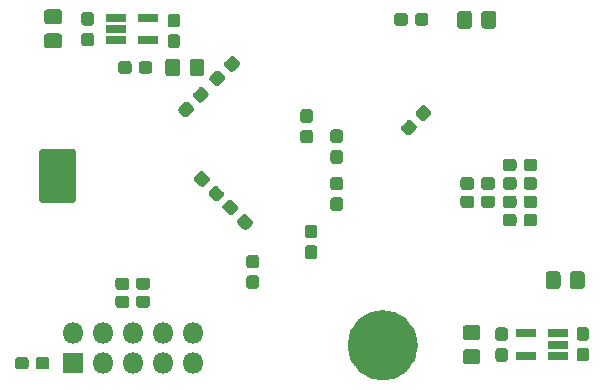
<source format=gbr>
G04 #@! TF.GenerationSoftware,KiCad,Pcbnew,(5.1.5)-3*
G04 #@! TF.CreationDate,2020-04-05T10:24:04+02:00*
G04 #@! TF.ProjectId,n64rgbv2.1,6e363472-6762-4763-922e-312e6b696361,rev?*
G04 #@! TF.SameCoordinates,Original*
G04 #@! TF.FileFunction,Soldermask,Bot*
G04 #@! TF.FilePolarity,Negative*
%FSLAX46Y46*%
G04 Gerber Fmt 4.6, Leading zero omitted, Abs format (unit mm)*
G04 Created by KiCad (PCBNEW (5.1.5)-3) date 2020-04-05 10:24:04*
%MOMM*%
%LPD*%
G04 APERTURE LIST*
%ADD10C,3.000000*%
%ADD11C,0.100000*%
%ADD12R,1.662000X0.752000*%
%ADD13O,1.802000X1.802000*%
%ADD14R,1.802000X1.802000*%
G04 APERTURE END LIST*
D10*
X150943440Y-117475000D02*
G75*
G03X150943440Y-117475000I-1500000J0D01*
G01*
D11*
G36*
X123191205Y-100824494D02*
G01*
X123221317Y-100828960D01*
X123250846Y-100836357D01*
X123279508Y-100846613D01*
X123307027Y-100859628D01*
X123333138Y-100875278D01*
X123357589Y-100893412D01*
X123380145Y-100913855D01*
X123400588Y-100936411D01*
X123418722Y-100960862D01*
X123434372Y-100986973D01*
X123447387Y-101014492D01*
X123457643Y-101043154D01*
X123465040Y-101072683D01*
X123469506Y-101102795D01*
X123471000Y-101133200D01*
X123471000Y-105114800D01*
X123469506Y-105145205D01*
X123465040Y-105175317D01*
X123457643Y-105204846D01*
X123447387Y-105233508D01*
X123434372Y-105261027D01*
X123418722Y-105287138D01*
X123400588Y-105311589D01*
X123380145Y-105334145D01*
X123357589Y-105354588D01*
X123333138Y-105372722D01*
X123307027Y-105388372D01*
X123279508Y-105401387D01*
X123250846Y-105411643D01*
X123221317Y-105419040D01*
X123191205Y-105423506D01*
X123160800Y-105425000D01*
X120679200Y-105425000D01*
X120648795Y-105423506D01*
X120618683Y-105419040D01*
X120589154Y-105411643D01*
X120560492Y-105401387D01*
X120532973Y-105388372D01*
X120506862Y-105372722D01*
X120482411Y-105354588D01*
X120459855Y-105334145D01*
X120439412Y-105311589D01*
X120421278Y-105287138D01*
X120405628Y-105261027D01*
X120392613Y-105233508D01*
X120382357Y-105204846D01*
X120374960Y-105175317D01*
X120370494Y-105145205D01*
X120369000Y-105114800D01*
X120369000Y-101133200D01*
X120370494Y-101102795D01*
X120374960Y-101072683D01*
X120382357Y-101043154D01*
X120392613Y-101014492D01*
X120405628Y-100986973D01*
X120421278Y-100960862D01*
X120439412Y-100936411D01*
X120459855Y-100913855D01*
X120482411Y-100893412D01*
X120506862Y-100875278D01*
X120532973Y-100859628D01*
X120560492Y-100846613D01*
X120589154Y-100836357D01*
X120618683Y-100828960D01*
X120648795Y-100824494D01*
X120679200Y-100823000D01*
X123160800Y-100823000D01*
X123191205Y-100824494D01*
G37*
D12*
X161563240Y-116464040D03*
X161563240Y-118364040D03*
X164263240Y-118364040D03*
X164263240Y-117414040D03*
X164263240Y-116464040D03*
X129530920Y-91643280D03*
X129530920Y-89743280D03*
X126830920Y-89743280D03*
X126830920Y-90693280D03*
X126830920Y-91643280D03*
D11*
G36*
X129483779Y-111743266D02*
G01*
X129509309Y-111747053D01*
X129534345Y-111753325D01*
X129558646Y-111762020D01*
X129581977Y-111773055D01*
X129604115Y-111786323D01*
X129624845Y-111801698D01*
X129643969Y-111819031D01*
X129661302Y-111838155D01*
X129676677Y-111858885D01*
X129689945Y-111881023D01*
X129700980Y-111904354D01*
X129709675Y-111928655D01*
X129715947Y-111953691D01*
X129719734Y-111979221D01*
X129721000Y-112005000D01*
X129721000Y-112531000D01*
X129719734Y-112556779D01*
X129715947Y-112582309D01*
X129709675Y-112607345D01*
X129700980Y-112631646D01*
X129689945Y-112654977D01*
X129676677Y-112677115D01*
X129661302Y-112697845D01*
X129643969Y-112716969D01*
X129624845Y-112734302D01*
X129604115Y-112749677D01*
X129581977Y-112762945D01*
X129558646Y-112773980D01*
X129534345Y-112782675D01*
X129509309Y-112788947D01*
X129483779Y-112792734D01*
X129458000Y-112794000D01*
X128832000Y-112794000D01*
X128806221Y-112792734D01*
X128780691Y-112788947D01*
X128755655Y-112782675D01*
X128731354Y-112773980D01*
X128708023Y-112762945D01*
X128685885Y-112749677D01*
X128665155Y-112734302D01*
X128646031Y-112716969D01*
X128628698Y-112697845D01*
X128613323Y-112677115D01*
X128600055Y-112654977D01*
X128589020Y-112631646D01*
X128580325Y-112607345D01*
X128574053Y-112582309D01*
X128570266Y-112556779D01*
X128569000Y-112531000D01*
X128569000Y-112005000D01*
X128570266Y-111979221D01*
X128574053Y-111953691D01*
X128580325Y-111928655D01*
X128589020Y-111904354D01*
X128600055Y-111881023D01*
X128613323Y-111858885D01*
X128628698Y-111838155D01*
X128646031Y-111819031D01*
X128665155Y-111801698D01*
X128685885Y-111786323D01*
X128708023Y-111773055D01*
X128731354Y-111762020D01*
X128755655Y-111753325D01*
X128780691Y-111747053D01*
X128806221Y-111743266D01*
X128832000Y-111742000D01*
X129458000Y-111742000D01*
X129483779Y-111743266D01*
G37*
G36*
X127733779Y-111743266D02*
G01*
X127759309Y-111747053D01*
X127784345Y-111753325D01*
X127808646Y-111762020D01*
X127831977Y-111773055D01*
X127854115Y-111786323D01*
X127874845Y-111801698D01*
X127893969Y-111819031D01*
X127911302Y-111838155D01*
X127926677Y-111858885D01*
X127939945Y-111881023D01*
X127950980Y-111904354D01*
X127959675Y-111928655D01*
X127965947Y-111953691D01*
X127969734Y-111979221D01*
X127971000Y-112005000D01*
X127971000Y-112531000D01*
X127969734Y-112556779D01*
X127965947Y-112582309D01*
X127959675Y-112607345D01*
X127950980Y-112631646D01*
X127939945Y-112654977D01*
X127926677Y-112677115D01*
X127911302Y-112697845D01*
X127893969Y-112716969D01*
X127874845Y-112734302D01*
X127854115Y-112749677D01*
X127831977Y-112762945D01*
X127808646Y-112773980D01*
X127784345Y-112782675D01*
X127759309Y-112788947D01*
X127733779Y-112792734D01*
X127708000Y-112794000D01*
X127082000Y-112794000D01*
X127056221Y-112792734D01*
X127030691Y-112788947D01*
X127005655Y-112782675D01*
X126981354Y-112773980D01*
X126958023Y-112762945D01*
X126935885Y-112749677D01*
X126915155Y-112734302D01*
X126896031Y-112716969D01*
X126878698Y-112697845D01*
X126863323Y-112677115D01*
X126850055Y-112654977D01*
X126839020Y-112631646D01*
X126830325Y-112607345D01*
X126824053Y-112582309D01*
X126820266Y-112556779D01*
X126819000Y-112531000D01*
X126819000Y-112005000D01*
X126820266Y-111979221D01*
X126824053Y-111953691D01*
X126830325Y-111928655D01*
X126839020Y-111904354D01*
X126850055Y-111881023D01*
X126863323Y-111858885D01*
X126878698Y-111838155D01*
X126896031Y-111819031D01*
X126915155Y-111801698D01*
X126935885Y-111786323D01*
X126958023Y-111773055D01*
X126981354Y-111762020D01*
X127005655Y-111753325D01*
X127030691Y-111747053D01*
X127056221Y-111743266D01*
X127082000Y-111742000D01*
X127708000Y-111742000D01*
X127733779Y-111743266D01*
G37*
G36*
X129483779Y-113267266D02*
G01*
X129509309Y-113271053D01*
X129534345Y-113277325D01*
X129558646Y-113286020D01*
X129581977Y-113297055D01*
X129604115Y-113310323D01*
X129624845Y-113325698D01*
X129643969Y-113343031D01*
X129661302Y-113362155D01*
X129676677Y-113382885D01*
X129689945Y-113405023D01*
X129700980Y-113428354D01*
X129709675Y-113452655D01*
X129715947Y-113477691D01*
X129719734Y-113503221D01*
X129721000Y-113529000D01*
X129721000Y-114055000D01*
X129719734Y-114080779D01*
X129715947Y-114106309D01*
X129709675Y-114131345D01*
X129700980Y-114155646D01*
X129689945Y-114178977D01*
X129676677Y-114201115D01*
X129661302Y-114221845D01*
X129643969Y-114240969D01*
X129624845Y-114258302D01*
X129604115Y-114273677D01*
X129581977Y-114286945D01*
X129558646Y-114297980D01*
X129534345Y-114306675D01*
X129509309Y-114312947D01*
X129483779Y-114316734D01*
X129458000Y-114318000D01*
X128832000Y-114318000D01*
X128806221Y-114316734D01*
X128780691Y-114312947D01*
X128755655Y-114306675D01*
X128731354Y-114297980D01*
X128708023Y-114286945D01*
X128685885Y-114273677D01*
X128665155Y-114258302D01*
X128646031Y-114240969D01*
X128628698Y-114221845D01*
X128613323Y-114201115D01*
X128600055Y-114178977D01*
X128589020Y-114155646D01*
X128580325Y-114131345D01*
X128574053Y-114106309D01*
X128570266Y-114080779D01*
X128569000Y-114055000D01*
X128569000Y-113529000D01*
X128570266Y-113503221D01*
X128574053Y-113477691D01*
X128580325Y-113452655D01*
X128589020Y-113428354D01*
X128600055Y-113405023D01*
X128613323Y-113382885D01*
X128628698Y-113362155D01*
X128646031Y-113343031D01*
X128665155Y-113325698D01*
X128685885Y-113310323D01*
X128708023Y-113297055D01*
X128731354Y-113286020D01*
X128755655Y-113277325D01*
X128780691Y-113271053D01*
X128806221Y-113267266D01*
X128832000Y-113266000D01*
X129458000Y-113266000D01*
X129483779Y-113267266D01*
G37*
G36*
X127733779Y-113267266D02*
G01*
X127759309Y-113271053D01*
X127784345Y-113277325D01*
X127808646Y-113286020D01*
X127831977Y-113297055D01*
X127854115Y-113310323D01*
X127874845Y-113325698D01*
X127893969Y-113343031D01*
X127911302Y-113362155D01*
X127926677Y-113382885D01*
X127939945Y-113405023D01*
X127950980Y-113428354D01*
X127959675Y-113452655D01*
X127965947Y-113477691D01*
X127969734Y-113503221D01*
X127971000Y-113529000D01*
X127971000Y-114055000D01*
X127969734Y-114080779D01*
X127965947Y-114106309D01*
X127959675Y-114131345D01*
X127950980Y-114155646D01*
X127939945Y-114178977D01*
X127926677Y-114201115D01*
X127911302Y-114221845D01*
X127893969Y-114240969D01*
X127874845Y-114258302D01*
X127854115Y-114273677D01*
X127831977Y-114286945D01*
X127808646Y-114297980D01*
X127784345Y-114306675D01*
X127759309Y-114312947D01*
X127733779Y-114316734D01*
X127708000Y-114318000D01*
X127082000Y-114318000D01*
X127056221Y-114316734D01*
X127030691Y-114312947D01*
X127005655Y-114306675D01*
X126981354Y-114297980D01*
X126958023Y-114286945D01*
X126935885Y-114273677D01*
X126915155Y-114258302D01*
X126896031Y-114240969D01*
X126878698Y-114221845D01*
X126863323Y-114201115D01*
X126850055Y-114178977D01*
X126839020Y-114155646D01*
X126830325Y-114131345D01*
X126824053Y-114106309D01*
X126820266Y-114080779D01*
X126819000Y-114055000D01*
X126819000Y-113529000D01*
X126820266Y-113503221D01*
X126824053Y-113477691D01*
X126830325Y-113452655D01*
X126839020Y-113428354D01*
X126850055Y-113405023D01*
X126863323Y-113382885D01*
X126878698Y-113362155D01*
X126896031Y-113343031D01*
X126915155Y-113325698D01*
X126935885Y-113310323D01*
X126958023Y-113297055D01*
X126981354Y-113286020D01*
X127005655Y-113277325D01*
X127030691Y-113271053D01*
X127056221Y-113267266D01*
X127082000Y-113266000D01*
X127708000Y-113266000D01*
X127733779Y-113267266D01*
G37*
G36*
X120974779Y-118474266D02*
G01*
X121000309Y-118478053D01*
X121025345Y-118484325D01*
X121049646Y-118493020D01*
X121072977Y-118504055D01*
X121095115Y-118517323D01*
X121115845Y-118532698D01*
X121134969Y-118550031D01*
X121152302Y-118569155D01*
X121167677Y-118589885D01*
X121180945Y-118612023D01*
X121191980Y-118635354D01*
X121200675Y-118659655D01*
X121206947Y-118684691D01*
X121210734Y-118710221D01*
X121212000Y-118736000D01*
X121212000Y-119262000D01*
X121210734Y-119287779D01*
X121206947Y-119313309D01*
X121200675Y-119338345D01*
X121191980Y-119362646D01*
X121180945Y-119385977D01*
X121167677Y-119408115D01*
X121152302Y-119428845D01*
X121134969Y-119447969D01*
X121115845Y-119465302D01*
X121095115Y-119480677D01*
X121072977Y-119493945D01*
X121049646Y-119504980D01*
X121025345Y-119513675D01*
X121000309Y-119519947D01*
X120974779Y-119523734D01*
X120949000Y-119525000D01*
X120323000Y-119525000D01*
X120297221Y-119523734D01*
X120271691Y-119519947D01*
X120246655Y-119513675D01*
X120222354Y-119504980D01*
X120199023Y-119493945D01*
X120176885Y-119480677D01*
X120156155Y-119465302D01*
X120137031Y-119447969D01*
X120119698Y-119428845D01*
X120104323Y-119408115D01*
X120091055Y-119385977D01*
X120080020Y-119362646D01*
X120071325Y-119338345D01*
X120065053Y-119313309D01*
X120061266Y-119287779D01*
X120060000Y-119262000D01*
X120060000Y-118736000D01*
X120061266Y-118710221D01*
X120065053Y-118684691D01*
X120071325Y-118659655D01*
X120080020Y-118635354D01*
X120091055Y-118612023D01*
X120104323Y-118589885D01*
X120119698Y-118569155D01*
X120137031Y-118550031D01*
X120156155Y-118532698D01*
X120176885Y-118517323D01*
X120199023Y-118504055D01*
X120222354Y-118493020D01*
X120246655Y-118484325D01*
X120271691Y-118478053D01*
X120297221Y-118474266D01*
X120323000Y-118473000D01*
X120949000Y-118473000D01*
X120974779Y-118474266D01*
G37*
G36*
X119224779Y-118474266D02*
G01*
X119250309Y-118478053D01*
X119275345Y-118484325D01*
X119299646Y-118493020D01*
X119322977Y-118504055D01*
X119345115Y-118517323D01*
X119365845Y-118532698D01*
X119384969Y-118550031D01*
X119402302Y-118569155D01*
X119417677Y-118589885D01*
X119430945Y-118612023D01*
X119441980Y-118635354D01*
X119450675Y-118659655D01*
X119456947Y-118684691D01*
X119460734Y-118710221D01*
X119462000Y-118736000D01*
X119462000Y-119262000D01*
X119460734Y-119287779D01*
X119456947Y-119313309D01*
X119450675Y-119338345D01*
X119441980Y-119362646D01*
X119430945Y-119385977D01*
X119417677Y-119408115D01*
X119402302Y-119428845D01*
X119384969Y-119447969D01*
X119365845Y-119465302D01*
X119345115Y-119480677D01*
X119322977Y-119493945D01*
X119299646Y-119504980D01*
X119275345Y-119513675D01*
X119250309Y-119519947D01*
X119224779Y-119523734D01*
X119199000Y-119525000D01*
X118573000Y-119525000D01*
X118547221Y-119523734D01*
X118521691Y-119519947D01*
X118496655Y-119513675D01*
X118472354Y-119504980D01*
X118449023Y-119493945D01*
X118426885Y-119480677D01*
X118406155Y-119465302D01*
X118387031Y-119447969D01*
X118369698Y-119428845D01*
X118354323Y-119408115D01*
X118341055Y-119385977D01*
X118330020Y-119362646D01*
X118321325Y-119338345D01*
X118315053Y-119313309D01*
X118311266Y-119287779D01*
X118310000Y-119262000D01*
X118310000Y-118736000D01*
X118311266Y-118710221D01*
X118315053Y-118684691D01*
X118321325Y-118659655D01*
X118330020Y-118635354D01*
X118341055Y-118612023D01*
X118354323Y-118589885D01*
X118369698Y-118569155D01*
X118387031Y-118550031D01*
X118406155Y-118532698D01*
X118426885Y-118517323D01*
X118449023Y-118504055D01*
X118472354Y-118493020D01*
X118496655Y-118484325D01*
X118521691Y-118478053D01*
X118547221Y-118474266D01*
X118573000Y-118473000D01*
X119199000Y-118473000D01*
X119224779Y-118474266D01*
G37*
G36*
X129707199Y-93434946D02*
G01*
X129732729Y-93438733D01*
X129757765Y-93445005D01*
X129782066Y-93453700D01*
X129805397Y-93464735D01*
X129827535Y-93478003D01*
X129848265Y-93493378D01*
X129867389Y-93510711D01*
X129884722Y-93529835D01*
X129900097Y-93550565D01*
X129913365Y-93572703D01*
X129924400Y-93596034D01*
X129933095Y-93620335D01*
X129939367Y-93645371D01*
X129943154Y-93670901D01*
X129944420Y-93696680D01*
X129944420Y-94222680D01*
X129943154Y-94248459D01*
X129939367Y-94273989D01*
X129933095Y-94299025D01*
X129924400Y-94323326D01*
X129913365Y-94346657D01*
X129900097Y-94368795D01*
X129884722Y-94389525D01*
X129867389Y-94408649D01*
X129848265Y-94425982D01*
X129827535Y-94441357D01*
X129805397Y-94454625D01*
X129782066Y-94465660D01*
X129757765Y-94474355D01*
X129732729Y-94480627D01*
X129707199Y-94484414D01*
X129681420Y-94485680D01*
X129055420Y-94485680D01*
X129029641Y-94484414D01*
X129004111Y-94480627D01*
X128979075Y-94474355D01*
X128954774Y-94465660D01*
X128931443Y-94454625D01*
X128909305Y-94441357D01*
X128888575Y-94425982D01*
X128869451Y-94408649D01*
X128852118Y-94389525D01*
X128836743Y-94368795D01*
X128823475Y-94346657D01*
X128812440Y-94323326D01*
X128803745Y-94299025D01*
X128797473Y-94273989D01*
X128793686Y-94248459D01*
X128792420Y-94222680D01*
X128792420Y-93696680D01*
X128793686Y-93670901D01*
X128797473Y-93645371D01*
X128803745Y-93620335D01*
X128812440Y-93596034D01*
X128823475Y-93572703D01*
X128836743Y-93550565D01*
X128852118Y-93529835D01*
X128869451Y-93510711D01*
X128888575Y-93493378D01*
X128909305Y-93478003D01*
X128931443Y-93464735D01*
X128954774Y-93453700D01*
X128979075Y-93445005D01*
X129004111Y-93438733D01*
X129029641Y-93434946D01*
X129055420Y-93433680D01*
X129681420Y-93433680D01*
X129707199Y-93434946D01*
G37*
G36*
X127957199Y-93434946D02*
G01*
X127982729Y-93438733D01*
X128007765Y-93445005D01*
X128032066Y-93453700D01*
X128055397Y-93464735D01*
X128077535Y-93478003D01*
X128098265Y-93493378D01*
X128117389Y-93510711D01*
X128134722Y-93529835D01*
X128150097Y-93550565D01*
X128163365Y-93572703D01*
X128174400Y-93596034D01*
X128183095Y-93620335D01*
X128189367Y-93645371D01*
X128193154Y-93670901D01*
X128194420Y-93696680D01*
X128194420Y-94222680D01*
X128193154Y-94248459D01*
X128189367Y-94273989D01*
X128183095Y-94299025D01*
X128174400Y-94323326D01*
X128163365Y-94346657D01*
X128150097Y-94368795D01*
X128134722Y-94389525D01*
X128117389Y-94408649D01*
X128098265Y-94425982D01*
X128077535Y-94441357D01*
X128055397Y-94454625D01*
X128032066Y-94465660D01*
X128007765Y-94474355D01*
X127982729Y-94480627D01*
X127957199Y-94484414D01*
X127931420Y-94485680D01*
X127305420Y-94485680D01*
X127279641Y-94484414D01*
X127254111Y-94480627D01*
X127229075Y-94474355D01*
X127204774Y-94465660D01*
X127181443Y-94454625D01*
X127159305Y-94441357D01*
X127138575Y-94425982D01*
X127119451Y-94408649D01*
X127102118Y-94389525D01*
X127086743Y-94368795D01*
X127073475Y-94346657D01*
X127062440Y-94323326D01*
X127053745Y-94299025D01*
X127047473Y-94273989D01*
X127043686Y-94248459D01*
X127042420Y-94222680D01*
X127042420Y-93696680D01*
X127043686Y-93670901D01*
X127047473Y-93645371D01*
X127053745Y-93620335D01*
X127062440Y-93596034D01*
X127073475Y-93572703D01*
X127086743Y-93550565D01*
X127102118Y-93529835D01*
X127119451Y-93510711D01*
X127138575Y-93493378D01*
X127159305Y-93478003D01*
X127181443Y-93464735D01*
X127204774Y-93453700D01*
X127229075Y-93445005D01*
X127254111Y-93438733D01*
X127279641Y-93434946D01*
X127305420Y-93433680D01*
X127931420Y-93433680D01*
X127957199Y-93434946D01*
G37*
G36*
X159800779Y-117714306D02*
G01*
X159826309Y-117718093D01*
X159851345Y-117724365D01*
X159875646Y-117733060D01*
X159898977Y-117744095D01*
X159921115Y-117757363D01*
X159941845Y-117772738D01*
X159960969Y-117790071D01*
X159978302Y-117809195D01*
X159993677Y-117829925D01*
X160006945Y-117852063D01*
X160017980Y-117875394D01*
X160026675Y-117899695D01*
X160032947Y-117924731D01*
X160036734Y-117950261D01*
X160038000Y-117976040D01*
X160038000Y-118602040D01*
X160036734Y-118627819D01*
X160032947Y-118653349D01*
X160026675Y-118678385D01*
X160017980Y-118702686D01*
X160006945Y-118726017D01*
X159993677Y-118748155D01*
X159978302Y-118768885D01*
X159960969Y-118788009D01*
X159941845Y-118805342D01*
X159921115Y-118820717D01*
X159898977Y-118833985D01*
X159875646Y-118845020D01*
X159851345Y-118853715D01*
X159826309Y-118859987D01*
X159800779Y-118863774D01*
X159775000Y-118865040D01*
X159249000Y-118865040D01*
X159223221Y-118863774D01*
X159197691Y-118859987D01*
X159172655Y-118853715D01*
X159148354Y-118845020D01*
X159125023Y-118833985D01*
X159102885Y-118820717D01*
X159082155Y-118805342D01*
X159063031Y-118788009D01*
X159045698Y-118768885D01*
X159030323Y-118748155D01*
X159017055Y-118726017D01*
X159006020Y-118702686D01*
X158997325Y-118678385D01*
X158991053Y-118653349D01*
X158987266Y-118627819D01*
X158986000Y-118602040D01*
X158986000Y-117976040D01*
X158987266Y-117950261D01*
X158991053Y-117924731D01*
X158997325Y-117899695D01*
X159006020Y-117875394D01*
X159017055Y-117852063D01*
X159030323Y-117829925D01*
X159045698Y-117809195D01*
X159063031Y-117790071D01*
X159082155Y-117772738D01*
X159102885Y-117757363D01*
X159125023Y-117744095D01*
X159148354Y-117733060D01*
X159172655Y-117724365D01*
X159197691Y-117718093D01*
X159223221Y-117714306D01*
X159249000Y-117713040D01*
X159775000Y-117713040D01*
X159800779Y-117714306D01*
G37*
G36*
X159800779Y-115964306D02*
G01*
X159826309Y-115968093D01*
X159851345Y-115974365D01*
X159875646Y-115983060D01*
X159898977Y-115994095D01*
X159921115Y-116007363D01*
X159941845Y-116022738D01*
X159960969Y-116040071D01*
X159978302Y-116059195D01*
X159993677Y-116079925D01*
X160006945Y-116102063D01*
X160017980Y-116125394D01*
X160026675Y-116149695D01*
X160032947Y-116174731D01*
X160036734Y-116200261D01*
X160038000Y-116226040D01*
X160038000Y-116852040D01*
X160036734Y-116877819D01*
X160032947Y-116903349D01*
X160026675Y-116928385D01*
X160017980Y-116952686D01*
X160006945Y-116976017D01*
X159993677Y-116998155D01*
X159978302Y-117018885D01*
X159960969Y-117038009D01*
X159941845Y-117055342D01*
X159921115Y-117070717D01*
X159898977Y-117083985D01*
X159875646Y-117095020D01*
X159851345Y-117103715D01*
X159826309Y-117109987D01*
X159800779Y-117113774D01*
X159775000Y-117115040D01*
X159249000Y-117115040D01*
X159223221Y-117113774D01*
X159197691Y-117109987D01*
X159172655Y-117103715D01*
X159148354Y-117095020D01*
X159125023Y-117083985D01*
X159102885Y-117070717D01*
X159082155Y-117055342D01*
X159063031Y-117038009D01*
X159045698Y-117018885D01*
X159030323Y-116998155D01*
X159017055Y-116976017D01*
X159006020Y-116952686D01*
X158997325Y-116928385D01*
X158991053Y-116903349D01*
X158987266Y-116877819D01*
X158986000Y-116852040D01*
X158986000Y-116226040D01*
X158987266Y-116200261D01*
X158991053Y-116174731D01*
X158997325Y-116149695D01*
X159006020Y-116125394D01*
X159017055Y-116102063D01*
X159030323Y-116079925D01*
X159045698Y-116059195D01*
X159063031Y-116040071D01*
X159082155Y-116022738D01*
X159102885Y-116007363D01*
X159125023Y-115994095D01*
X159148354Y-115983060D01*
X159172655Y-115974365D01*
X159197691Y-115968093D01*
X159223221Y-115964306D01*
X159249000Y-115963040D01*
X159775000Y-115963040D01*
X159800779Y-115964306D01*
G37*
G36*
X166674019Y-117688806D02*
G01*
X166699549Y-117692593D01*
X166724585Y-117698865D01*
X166748886Y-117707560D01*
X166772217Y-117718595D01*
X166794355Y-117731863D01*
X166815085Y-117747238D01*
X166834209Y-117764571D01*
X166851542Y-117783695D01*
X166866917Y-117804425D01*
X166880185Y-117826563D01*
X166891220Y-117849894D01*
X166899915Y-117874195D01*
X166906187Y-117899231D01*
X166909974Y-117924761D01*
X166911240Y-117950540D01*
X166911240Y-118576540D01*
X166909974Y-118602319D01*
X166906187Y-118627849D01*
X166899915Y-118652885D01*
X166891220Y-118677186D01*
X166880185Y-118700517D01*
X166866917Y-118722655D01*
X166851542Y-118743385D01*
X166834209Y-118762509D01*
X166815085Y-118779842D01*
X166794355Y-118795217D01*
X166772217Y-118808485D01*
X166748886Y-118819520D01*
X166724585Y-118828215D01*
X166699549Y-118834487D01*
X166674019Y-118838274D01*
X166648240Y-118839540D01*
X166122240Y-118839540D01*
X166096461Y-118838274D01*
X166070931Y-118834487D01*
X166045895Y-118828215D01*
X166021594Y-118819520D01*
X165998263Y-118808485D01*
X165976125Y-118795217D01*
X165955395Y-118779842D01*
X165936271Y-118762509D01*
X165918938Y-118743385D01*
X165903563Y-118722655D01*
X165890295Y-118700517D01*
X165879260Y-118677186D01*
X165870565Y-118652885D01*
X165864293Y-118627849D01*
X165860506Y-118602319D01*
X165859240Y-118576540D01*
X165859240Y-117950540D01*
X165860506Y-117924761D01*
X165864293Y-117899231D01*
X165870565Y-117874195D01*
X165879260Y-117849894D01*
X165890295Y-117826563D01*
X165903563Y-117804425D01*
X165918938Y-117783695D01*
X165936271Y-117764571D01*
X165955395Y-117747238D01*
X165976125Y-117731863D01*
X165998263Y-117718595D01*
X166021594Y-117707560D01*
X166045895Y-117698865D01*
X166070931Y-117692593D01*
X166096461Y-117688806D01*
X166122240Y-117687540D01*
X166648240Y-117687540D01*
X166674019Y-117688806D01*
G37*
G36*
X166674019Y-115938806D02*
G01*
X166699549Y-115942593D01*
X166724585Y-115948865D01*
X166748886Y-115957560D01*
X166772217Y-115968595D01*
X166794355Y-115981863D01*
X166815085Y-115997238D01*
X166834209Y-116014571D01*
X166851542Y-116033695D01*
X166866917Y-116054425D01*
X166880185Y-116076563D01*
X166891220Y-116099894D01*
X166899915Y-116124195D01*
X166906187Y-116149231D01*
X166909974Y-116174761D01*
X166911240Y-116200540D01*
X166911240Y-116826540D01*
X166909974Y-116852319D01*
X166906187Y-116877849D01*
X166899915Y-116902885D01*
X166891220Y-116927186D01*
X166880185Y-116950517D01*
X166866917Y-116972655D01*
X166851542Y-116993385D01*
X166834209Y-117012509D01*
X166815085Y-117029842D01*
X166794355Y-117045217D01*
X166772217Y-117058485D01*
X166748886Y-117069520D01*
X166724585Y-117078215D01*
X166699549Y-117084487D01*
X166674019Y-117088274D01*
X166648240Y-117089540D01*
X166122240Y-117089540D01*
X166096461Y-117088274D01*
X166070931Y-117084487D01*
X166045895Y-117078215D01*
X166021594Y-117069520D01*
X165998263Y-117058485D01*
X165976125Y-117045217D01*
X165955395Y-117029842D01*
X165936271Y-117012509D01*
X165918938Y-116993385D01*
X165903563Y-116972655D01*
X165890295Y-116950517D01*
X165879260Y-116927186D01*
X165870565Y-116902885D01*
X165864293Y-116877849D01*
X165860506Y-116852319D01*
X165859240Y-116826540D01*
X165859240Y-116200540D01*
X165860506Y-116174761D01*
X165864293Y-116149231D01*
X165870565Y-116124195D01*
X165879260Y-116099894D01*
X165890295Y-116076563D01*
X165903563Y-116054425D01*
X165918938Y-116033695D01*
X165936271Y-116014571D01*
X165955395Y-115997238D01*
X165976125Y-115981863D01*
X165998263Y-115968595D01*
X166021594Y-115957560D01*
X166045895Y-115948865D01*
X166070931Y-115942593D01*
X166096461Y-115938806D01*
X166122240Y-115937540D01*
X166648240Y-115937540D01*
X166674019Y-115938806D01*
G37*
G36*
X132043659Y-89395806D02*
G01*
X132069189Y-89399593D01*
X132094225Y-89405865D01*
X132118526Y-89414560D01*
X132141857Y-89425595D01*
X132163995Y-89438863D01*
X132184725Y-89454238D01*
X132203849Y-89471571D01*
X132221182Y-89490695D01*
X132236557Y-89511425D01*
X132249825Y-89533563D01*
X132260860Y-89556894D01*
X132269555Y-89581195D01*
X132275827Y-89606231D01*
X132279614Y-89631761D01*
X132280880Y-89657540D01*
X132280880Y-90283540D01*
X132279614Y-90309319D01*
X132275827Y-90334849D01*
X132269555Y-90359885D01*
X132260860Y-90384186D01*
X132249825Y-90407517D01*
X132236557Y-90429655D01*
X132221182Y-90450385D01*
X132203849Y-90469509D01*
X132184725Y-90486842D01*
X132163995Y-90502217D01*
X132141857Y-90515485D01*
X132118526Y-90526520D01*
X132094225Y-90535215D01*
X132069189Y-90541487D01*
X132043659Y-90545274D01*
X132017880Y-90546540D01*
X131491880Y-90546540D01*
X131466101Y-90545274D01*
X131440571Y-90541487D01*
X131415535Y-90535215D01*
X131391234Y-90526520D01*
X131367903Y-90515485D01*
X131345765Y-90502217D01*
X131325035Y-90486842D01*
X131305911Y-90469509D01*
X131288578Y-90450385D01*
X131273203Y-90429655D01*
X131259935Y-90407517D01*
X131248900Y-90384186D01*
X131240205Y-90359885D01*
X131233933Y-90334849D01*
X131230146Y-90309319D01*
X131228880Y-90283540D01*
X131228880Y-89657540D01*
X131230146Y-89631761D01*
X131233933Y-89606231D01*
X131240205Y-89581195D01*
X131248900Y-89556894D01*
X131259935Y-89533563D01*
X131273203Y-89511425D01*
X131288578Y-89490695D01*
X131305911Y-89471571D01*
X131325035Y-89454238D01*
X131345765Y-89438863D01*
X131367903Y-89425595D01*
X131391234Y-89414560D01*
X131415535Y-89405865D01*
X131440571Y-89399593D01*
X131466101Y-89395806D01*
X131491880Y-89394540D01*
X132017880Y-89394540D01*
X132043659Y-89395806D01*
G37*
G36*
X132043659Y-91145806D02*
G01*
X132069189Y-91149593D01*
X132094225Y-91155865D01*
X132118526Y-91164560D01*
X132141857Y-91175595D01*
X132163995Y-91188863D01*
X132184725Y-91204238D01*
X132203849Y-91221571D01*
X132221182Y-91240695D01*
X132236557Y-91261425D01*
X132249825Y-91283563D01*
X132260860Y-91306894D01*
X132269555Y-91331195D01*
X132275827Y-91356231D01*
X132279614Y-91381761D01*
X132280880Y-91407540D01*
X132280880Y-92033540D01*
X132279614Y-92059319D01*
X132275827Y-92084849D01*
X132269555Y-92109885D01*
X132260860Y-92134186D01*
X132249825Y-92157517D01*
X132236557Y-92179655D01*
X132221182Y-92200385D01*
X132203849Y-92219509D01*
X132184725Y-92236842D01*
X132163995Y-92252217D01*
X132141857Y-92265485D01*
X132118526Y-92276520D01*
X132094225Y-92285215D01*
X132069189Y-92291487D01*
X132043659Y-92295274D01*
X132017880Y-92296540D01*
X131491880Y-92296540D01*
X131466101Y-92295274D01*
X131440571Y-92291487D01*
X131415535Y-92285215D01*
X131391234Y-92276520D01*
X131367903Y-92265485D01*
X131345765Y-92252217D01*
X131325035Y-92236842D01*
X131305911Y-92219509D01*
X131288578Y-92200385D01*
X131273203Y-92179655D01*
X131259935Y-92157517D01*
X131248900Y-92134186D01*
X131240205Y-92109885D01*
X131233933Y-92084849D01*
X131230146Y-92059319D01*
X131228880Y-92033540D01*
X131228880Y-91407540D01*
X131230146Y-91381761D01*
X131233933Y-91356231D01*
X131240205Y-91331195D01*
X131248900Y-91306894D01*
X131259935Y-91283563D01*
X131273203Y-91261425D01*
X131288578Y-91240695D01*
X131305911Y-91221571D01*
X131325035Y-91204238D01*
X131345765Y-91188863D01*
X131367903Y-91175595D01*
X131391234Y-91164560D01*
X131415535Y-91155865D01*
X131440571Y-91149593D01*
X131466101Y-91145806D01*
X131491880Y-91144540D01*
X132017880Y-91144540D01*
X132043659Y-91145806D01*
G37*
G36*
X124748779Y-89258746D02*
G01*
X124774309Y-89262533D01*
X124799345Y-89268805D01*
X124823646Y-89277500D01*
X124846977Y-89288535D01*
X124869115Y-89301803D01*
X124889845Y-89317178D01*
X124908969Y-89334511D01*
X124926302Y-89353635D01*
X124941677Y-89374365D01*
X124954945Y-89396503D01*
X124965980Y-89419834D01*
X124974675Y-89444135D01*
X124980947Y-89469171D01*
X124984734Y-89494701D01*
X124986000Y-89520480D01*
X124986000Y-90146480D01*
X124984734Y-90172259D01*
X124980947Y-90197789D01*
X124974675Y-90222825D01*
X124965980Y-90247126D01*
X124954945Y-90270457D01*
X124941677Y-90292595D01*
X124926302Y-90313325D01*
X124908969Y-90332449D01*
X124889845Y-90349782D01*
X124869115Y-90365157D01*
X124846977Y-90378425D01*
X124823646Y-90389460D01*
X124799345Y-90398155D01*
X124774309Y-90404427D01*
X124748779Y-90408214D01*
X124723000Y-90409480D01*
X124197000Y-90409480D01*
X124171221Y-90408214D01*
X124145691Y-90404427D01*
X124120655Y-90398155D01*
X124096354Y-90389460D01*
X124073023Y-90378425D01*
X124050885Y-90365157D01*
X124030155Y-90349782D01*
X124011031Y-90332449D01*
X123993698Y-90313325D01*
X123978323Y-90292595D01*
X123965055Y-90270457D01*
X123954020Y-90247126D01*
X123945325Y-90222825D01*
X123939053Y-90197789D01*
X123935266Y-90172259D01*
X123934000Y-90146480D01*
X123934000Y-89520480D01*
X123935266Y-89494701D01*
X123939053Y-89469171D01*
X123945325Y-89444135D01*
X123954020Y-89419834D01*
X123965055Y-89396503D01*
X123978323Y-89374365D01*
X123993698Y-89353635D01*
X124011031Y-89334511D01*
X124030155Y-89317178D01*
X124050885Y-89301803D01*
X124073023Y-89288535D01*
X124096354Y-89277500D01*
X124120655Y-89268805D01*
X124145691Y-89262533D01*
X124171221Y-89258746D01*
X124197000Y-89257480D01*
X124723000Y-89257480D01*
X124748779Y-89258746D01*
G37*
G36*
X124748779Y-91008746D02*
G01*
X124774309Y-91012533D01*
X124799345Y-91018805D01*
X124823646Y-91027500D01*
X124846977Y-91038535D01*
X124869115Y-91051803D01*
X124889845Y-91067178D01*
X124908969Y-91084511D01*
X124926302Y-91103635D01*
X124941677Y-91124365D01*
X124954945Y-91146503D01*
X124965980Y-91169834D01*
X124974675Y-91194135D01*
X124980947Y-91219171D01*
X124984734Y-91244701D01*
X124986000Y-91270480D01*
X124986000Y-91896480D01*
X124984734Y-91922259D01*
X124980947Y-91947789D01*
X124974675Y-91972825D01*
X124965980Y-91997126D01*
X124954945Y-92020457D01*
X124941677Y-92042595D01*
X124926302Y-92063325D01*
X124908969Y-92082449D01*
X124889845Y-92099782D01*
X124869115Y-92115157D01*
X124846977Y-92128425D01*
X124823646Y-92139460D01*
X124799345Y-92148155D01*
X124774309Y-92154427D01*
X124748779Y-92158214D01*
X124723000Y-92159480D01*
X124197000Y-92159480D01*
X124171221Y-92158214D01*
X124145691Y-92154427D01*
X124120655Y-92148155D01*
X124096354Y-92139460D01*
X124073023Y-92128425D01*
X124050885Y-92115157D01*
X124030155Y-92099782D01*
X124011031Y-92082449D01*
X123993698Y-92063325D01*
X123978323Y-92042595D01*
X123965055Y-92020457D01*
X123954020Y-91997126D01*
X123945325Y-91972825D01*
X123939053Y-91947789D01*
X123935266Y-91922259D01*
X123934000Y-91896480D01*
X123934000Y-91270480D01*
X123935266Y-91244701D01*
X123939053Y-91219171D01*
X123945325Y-91194135D01*
X123954020Y-91169834D01*
X123965055Y-91146503D01*
X123978323Y-91124365D01*
X123993698Y-91103635D01*
X124011031Y-91084511D01*
X124030155Y-91067178D01*
X124050885Y-91051803D01*
X124073023Y-91038535D01*
X124096354Y-91027500D01*
X124120655Y-91018805D01*
X124145691Y-91012533D01*
X124171221Y-91008746D01*
X124197000Y-91007480D01*
X124723000Y-91007480D01*
X124748779Y-91008746D01*
G37*
G36*
X151330279Y-89358246D02*
G01*
X151355809Y-89362033D01*
X151380845Y-89368305D01*
X151405146Y-89377000D01*
X151428477Y-89388035D01*
X151450615Y-89401303D01*
X151471345Y-89416678D01*
X151490469Y-89434011D01*
X151507802Y-89453135D01*
X151523177Y-89473865D01*
X151536445Y-89496003D01*
X151547480Y-89519334D01*
X151556175Y-89543635D01*
X151562447Y-89568671D01*
X151566234Y-89594201D01*
X151567500Y-89619980D01*
X151567500Y-90145980D01*
X151566234Y-90171759D01*
X151562447Y-90197289D01*
X151556175Y-90222325D01*
X151547480Y-90246626D01*
X151536445Y-90269957D01*
X151523177Y-90292095D01*
X151507802Y-90312825D01*
X151490469Y-90331949D01*
X151471345Y-90349282D01*
X151450615Y-90364657D01*
X151428477Y-90377925D01*
X151405146Y-90388960D01*
X151380845Y-90397655D01*
X151355809Y-90403927D01*
X151330279Y-90407714D01*
X151304500Y-90408980D01*
X150678500Y-90408980D01*
X150652721Y-90407714D01*
X150627191Y-90403927D01*
X150602155Y-90397655D01*
X150577854Y-90388960D01*
X150554523Y-90377925D01*
X150532385Y-90364657D01*
X150511655Y-90349282D01*
X150492531Y-90331949D01*
X150475198Y-90312825D01*
X150459823Y-90292095D01*
X150446555Y-90269957D01*
X150435520Y-90246626D01*
X150426825Y-90222325D01*
X150420553Y-90197289D01*
X150416766Y-90171759D01*
X150415500Y-90145980D01*
X150415500Y-89619980D01*
X150416766Y-89594201D01*
X150420553Y-89568671D01*
X150426825Y-89543635D01*
X150435520Y-89519334D01*
X150446555Y-89496003D01*
X150459823Y-89473865D01*
X150475198Y-89453135D01*
X150492531Y-89434011D01*
X150511655Y-89416678D01*
X150532385Y-89401303D01*
X150554523Y-89388035D01*
X150577854Y-89377000D01*
X150602155Y-89368305D01*
X150627191Y-89362033D01*
X150652721Y-89358246D01*
X150678500Y-89356980D01*
X151304500Y-89356980D01*
X151330279Y-89358246D01*
G37*
G36*
X153080279Y-89358246D02*
G01*
X153105809Y-89362033D01*
X153130845Y-89368305D01*
X153155146Y-89377000D01*
X153178477Y-89388035D01*
X153200615Y-89401303D01*
X153221345Y-89416678D01*
X153240469Y-89434011D01*
X153257802Y-89453135D01*
X153273177Y-89473865D01*
X153286445Y-89496003D01*
X153297480Y-89519334D01*
X153306175Y-89543635D01*
X153312447Y-89568671D01*
X153316234Y-89594201D01*
X153317500Y-89619980D01*
X153317500Y-90145980D01*
X153316234Y-90171759D01*
X153312447Y-90197289D01*
X153306175Y-90222325D01*
X153297480Y-90246626D01*
X153286445Y-90269957D01*
X153273177Y-90292095D01*
X153257802Y-90312825D01*
X153240469Y-90331949D01*
X153221345Y-90349282D01*
X153200615Y-90364657D01*
X153178477Y-90377925D01*
X153155146Y-90388960D01*
X153130845Y-90397655D01*
X153105809Y-90403927D01*
X153080279Y-90407714D01*
X153054500Y-90408980D01*
X152428500Y-90408980D01*
X152402721Y-90407714D01*
X152377191Y-90403927D01*
X152352155Y-90397655D01*
X152327854Y-90388960D01*
X152304523Y-90377925D01*
X152282385Y-90364657D01*
X152261655Y-90349282D01*
X152242531Y-90331949D01*
X152225198Y-90312825D01*
X152209823Y-90292095D01*
X152196555Y-90269957D01*
X152185520Y-90246626D01*
X152176825Y-90222325D01*
X152170553Y-90197289D01*
X152166766Y-90171759D01*
X152165500Y-90145980D01*
X152165500Y-89619980D01*
X152166766Y-89594201D01*
X152170553Y-89568671D01*
X152176825Y-89543635D01*
X152185520Y-89519334D01*
X152196555Y-89496003D01*
X152209823Y-89473865D01*
X152225198Y-89453135D01*
X152242531Y-89434011D01*
X152261655Y-89416678D01*
X152282385Y-89401303D01*
X152304523Y-89388035D01*
X152327854Y-89377000D01*
X152352155Y-89368305D01*
X152377191Y-89362033D01*
X152402721Y-89358246D01*
X152428500Y-89356980D01*
X153054500Y-89356980D01*
X153080279Y-89358246D01*
G37*
G36*
X158807005Y-89166311D02*
G01*
X158833425Y-89170230D01*
X158859335Y-89176720D01*
X158884483Y-89185718D01*
X158908628Y-89197138D01*
X158931538Y-89210869D01*
X158952992Y-89226780D01*
X158972782Y-89244718D01*
X158990720Y-89264508D01*
X159006631Y-89285962D01*
X159020362Y-89308872D01*
X159031782Y-89333017D01*
X159040780Y-89358165D01*
X159047270Y-89384075D01*
X159051189Y-89410495D01*
X159052500Y-89437173D01*
X159052500Y-90394827D01*
X159051189Y-90421505D01*
X159047270Y-90447925D01*
X159040780Y-90473835D01*
X159031782Y-90498983D01*
X159020362Y-90523128D01*
X159006631Y-90546038D01*
X158990720Y-90567492D01*
X158972782Y-90587282D01*
X158952992Y-90605220D01*
X158931538Y-90621131D01*
X158908628Y-90634862D01*
X158884483Y-90646282D01*
X158859335Y-90655280D01*
X158833425Y-90661770D01*
X158807005Y-90665689D01*
X158780327Y-90667000D01*
X158072673Y-90667000D01*
X158045995Y-90665689D01*
X158019575Y-90661770D01*
X157993665Y-90655280D01*
X157968517Y-90646282D01*
X157944372Y-90634862D01*
X157921462Y-90621131D01*
X157900008Y-90605220D01*
X157880218Y-90587282D01*
X157862280Y-90567492D01*
X157846369Y-90546038D01*
X157832638Y-90523128D01*
X157821218Y-90498983D01*
X157812220Y-90473835D01*
X157805730Y-90447925D01*
X157801811Y-90421505D01*
X157800500Y-90394827D01*
X157800500Y-89437173D01*
X157801811Y-89410495D01*
X157805730Y-89384075D01*
X157812220Y-89358165D01*
X157821218Y-89333017D01*
X157832638Y-89308872D01*
X157846369Y-89285962D01*
X157862280Y-89264508D01*
X157880218Y-89244718D01*
X157900008Y-89226780D01*
X157921462Y-89210869D01*
X157944372Y-89197138D01*
X157968517Y-89185718D01*
X157993665Y-89176720D01*
X158019575Y-89170230D01*
X158045995Y-89166311D01*
X158072673Y-89165000D01*
X158780327Y-89165000D01*
X158807005Y-89166311D01*
G37*
G36*
X156757005Y-89166311D02*
G01*
X156783425Y-89170230D01*
X156809335Y-89176720D01*
X156834483Y-89185718D01*
X156858628Y-89197138D01*
X156881538Y-89210869D01*
X156902992Y-89226780D01*
X156922782Y-89244718D01*
X156940720Y-89264508D01*
X156956631Y-89285962D01*
X156970362Y-89308872D01*
X156981782Y-89333017D01*
X156990780Y-89358165D01*
X156997270Y-89384075D01*
X157001189Y-89410495D01*
X157002500Y-89437173D01*
X157002500Y-90394827D01*
X157001189Y-90421505D01*
X156997270Y-90447925D01*
X156990780Y-90473835D01*
X156981782Y-90498983D01*
X156970362Y-90523128D01*
X156956631Y-90546038D01*
X156940720Y-90567492D01*
X156922782Y-90587282D01*
X156902992Y-90605220D01*
X156881538Y-90621131D01*
X156858628Y-90634862D01*
X156834483Y-90646282D01*
X156809335Y-90655280D01*
X156783425Y-90661770D01*
X156757005Y-90665689D01*
X156730327Y-90667000D01*
X156022673Y-90667000D01*
X155995995Y-90665689D01*
X155969575Y-90661770D01*
X155943665Y-90655280D01*
X155918517Y-90646282D01*
X155894372Y-90634862D01*
X155871462Y-90621131D01*
X155850008Y-90605220D01*
X155830218Y-90587282D01*
X155812280Y-90567492D01*
X155796369Y-90546038D01*
X155782638Y-90523128D01*
X155771218Y-90498983D01*
X155762220Y-90473835D01*
X155755730Y-90447925D01*
X155751811Y-90421505D01*
X155750500Y-90394827D01*
X155750500Y-89437173D01*
X155751811Y-89410495D01*
X155755730Y-89384075D01*
X155762220Y-89358165D01*
X155771218Y-89333017D01*
X155782638Y-89308872D01*
X155796369Y-89285962D01*
X155812280Y-89264508D01*
X155830218Y-89244718D01*
X155850008Y-89226780D01*
X155871462Y-89210869D01*
X155894372Y-89197138D01*
X155918517Y-89185718D01*
X155943665Y-89176720D01*
X155969575Y-89170230D01*
X155995995Y-89166311D01*
X156022673Y-89165000D01*
X156730327Y-89165000D01*
X156757005Y-89166311D01*
G37*
G36*
X160535239Y-101684866D02*
G01*
X160560769Y-101688653D01*
X160585805Y-101694925D01*
X160610106Y-101703620D01*
X160633437Y-101714655D01*
X160655575Y-101727923D01*
X160676305Y-101743298D01*
X160695429Y-101760631D01*
X160712762Y-101779755D01*
X160728137Y-101800485D01*
X160741405Y-101822623D01*
X160752440Y-101845954D01*
X160761135Y-101870255D01*
X160767407Y-101895291D01*
X160771194Y-101920821D01*
X160772460Y-101946600D01*
X160772460Y-102472600D01*
X160771194Y-102498379D01*
X160767407Y-102523909D01*
X160761135Y-102548945D01*
X160752440Y-102573246D01*
X160741405Y-102596577D01*
X160728137Y-102618715D01*
X160712762Y-102639445D01*
X160695429Y-102658569D01*
X160676305Y-102675902D01*
X160655575Y-102691277D01*
X160633437Y-102704545D01*
X160610106Y-102715580D01*
X160585805Y-102724275D01*
X160560769Y-102730547D01*
X160535239Y-102734334D01*
X160509460Y-102735600D01*
X159883460Y-102735600D01*
X159857681Y-102734334D01*
X159832151Y-102730547D01*
X159807115Y-102724275D01*
X159782814Y-102715580D01*
X159759483Y-102704545D01*
X159737345Y-102691277D01*
X159716615Y-102675902D01*
X159697491Y-102658569D01*
X159680158Y-102639445D01*
X159664783Y-102618715D01*
X159651515Y-102596577D01*
X159640480Y-102573246D01*
X159631785Y-102548945D01*
X159625513Y-102523909D01*
X159621726Y-102498379D01*
X159620460Y-102472600D01*
X159620460Y-101946600D01*
X159621726Y-101920821D01*
X159625513Y-101895291D01*
X159631785Y-101870255D01*
X159640480Y-101845954D01*
X159651515Y-101822623D01*
X159664783Y-101800485D01*
X159680158Y-101779755D01*
X159697491Y-101760631D01*
X159716615Y-101743298D01*
X159737345Y-101727923D01*
X159759483Y-101714655D01*
X159782814Y-101703620D01*
X159807115Y-101694925D01*
X159832151Y-101688653D01*
X159857681Y-101684866D01*
X159883460Y-101683600D01*
X160509460Y-101683600D01*
X160535239Y-101684866D01*
G37*
G36*
X162285239Y-101684866D02*
G01*
X162310769Y-101688653D01*
X162335805Y-101694925D01*
X162360106Y-101703620D01*
X162383437Y-101714655D01*
X162405575Y-101727923D01*
X162426305Y-101743298D01*
X162445429Y-101760631D01*
X162462762Y-101779755D01*
X162478137Y-101800485D01*
X162491405Y-101822623D01*
X162502440Y-101845954D01*
X162511135Y-101870255D01*
X162517407Y-101895291D01*
X162521194Y-101920821D01*
X162522460Y-101946600D01*
X162522460Y-102472600D01*
X162521194Y-102498379D01*
X162517407Y-102523909D01*
X162511135Y-102548945D01*
X162502440Y-102573246D01*
X162491405Y-102596577D01*
X162478137Y-102618715D01*
X162462762Y-102639445D01*
X162445429Y-102658569D01*
X162426305Y-102675902D01*
X162405575Y-102691277D01*
X162383437Y-102704545D01*
X162360106Y-102715580D01*
X162335805Y-102724275D01*
X162310769Y-102730547D01*
X162285239Y-102734334D01*
X162259460Y-102735600D01*
X161633460Y-102735600D01*
X161607681Y-102734334D01*
X161582151Y-102730547D01*
X161557115Y-102724275D01*
X161532814Y-102715580D01*
X161509483Y-102704545D01*
X161487345Y-102691277D01*
X161466615Y-102675902D01*
X161447491Y-102658569D01*
X161430158Y-102639445D01*
X161414783Y-102618715D01*
X161401515Y-102596577D01*
X161390480Y-102573246D01*
X161381785Y-102548945D01*
X161375513Y-102523909D01*
X161371726Y-102498379D01*
X161370460Y-102472600D01*
X161370460Y-101946600D01*
X161371726Y-101920821D01*
X161375513Y-101895291D01*
X161381785Y-101870255D01*
X161390480Y-101845954D01*
X161401515Y-101822623D01*
X161414783Y-101800485D01*
X161430158Y-101779755D01*
X161447491Y-101760631D01*
X161466615Y-101743298D01*
X161487345Y-101727923D01*
X161509483Y-101714655D01*
X161532814Y-101703620D01*
X161557115Y-101694925D01*
X161582151Y-101688653D01*
X161607681Y-101684866D01*
X161633460Y-101683600D01*
X162259460Y-101683600D01*
X162285239Y-101684866D01*
G37*
G36*
X160535440Y-103246966D02*
G01*
X160560970Y-103250753D01*
X160586006Y-103257025D01*
X160610307Y-103265720D01*
X160633638Y-103276755D01*
X160655776Y-103290023D01*
X160676506Y-103305398D01*
X160695630Y-103322731D01*
X160712963Y-103341855D01*
X160728338Y-103362585D01*
X160741606Y-103384723D01*
X160752641Y-103408054D01*
X160761336Y-103432355D01*
X160767608Y-103457391D01*
X160771395Y-103482921D01*
X160772661Y-103508700D01*
X160772661Y-104034700D01*
X160771395Y-104060479D01*
X160767608Y-104086009D01*
X160761336Y-104111045D01*
X160752641Y-104135346D01*
X160741606Y-104158677D01*
X160728338Y-104180815D01*
X160712963Y-104201545D01*
X160695630Y-104220669D01*
X160676506Y-104238002D01*
X160655776Y-104253377D01*
X160633638Y-104266645D01*
X160610307Y-104277680D01*
X160586006Y-104286375D01*
X160560970Y-104292647D01*
X160535440Y-104296434D01*
X160509661Y-104297700D01*
X159883661Y-104297700D01*
X159857882Y-104296434D01*
X159832352Y-104292647D01*
X159807316Y-104286375D01*
X159783015Y-104277680D01*
X159759684Y-104266645D01*
X159737546Y-104253377D01*
X159716816Y-104238002D01*
X159697692Y-104220669D01*
X159680359Y-104201545D01*
X159664984Y-104180815D01*
X159651716Y-104158677D01*
X159640681Y-104135346D01*
X159631986Y-104111045D01*
X159625714Y-104086009D01*
X159621927Y-104060479D01*
X159620661Y-104034700D01*
X159620661Y-103508700D01*
X159621927Y-103482921D01*
X159625714Y-103457391D01*
X159631986Y-103432355D01*
X159640681Y-103408054D01*
X159651716Y-103384723D01*
X159664984Y-103362585D01*
X159680359Y-103341855D01*
X159697692Y-103322731D01*
X159716816Y-103305398D01*
X159737546Y-103290023D01*
X159759684Y-103276755D01*
X159783015Y-103265720D01*
X159807316Y-103257025D01*
X159832352Y-103250753D01*
X159857882Y-103246966D01*
X159883661Y-103245700D01*
X160509661Y-103245700D01*
X160535440Y-103246966D01*
G37*
G36*
X162285440Y-103246966D02*
G01*
X162310970Y-103250753D01*
X162336006Y-103257025D01*
X162360307Y-103265720D01*
X162383638Y-103276755D01*
X162405776Y-103290023D01*
X162426506Y-103305398D01*
X162445630Y-103322731D01*
X162462963Y-103341855D01*
X162478338Y-103362585D01*
X162491606Y-103384723D01*
X162502641Y-103408054D01*
X162511336Y-103432355D01*
X162517608Y-103457391D01*
X162521395Y-103482921D01*
X162522661Y-103508700D01*
X162522661Y-104034700D01*
X162521395Y-104060479D01*
X162517608Y-104086009D01*
X162511336Y-104111045D01*
X162502641Y-104135346D01*
X162491606Y-104158677D01*
X162478338Y-104180815D01*
X162462963Y-104201545D01*
X162445630Y-104220669D01*
X162426506Y-104238002D01*
X162405776Y-104253377D01*
X162383638Y-104266645D01*
X162360307Y-104277680D01*
X162336006Y-104286375D01*
X162310970Y-104292647D01*
X162285440Y-104296434D01*
X162259661Y-104297700D01*
X161633661Y-104297700D01*
X161607882Y-104296434D01*
X161582352Y-104292647D01*
X161557316Y-104286375D01*
X161533015Y-104277680D01*
X161509684Y-104266645D01*
X161487546Y-104253377D01*
X161466816Y-104238002D01*
X161447692Y-104220669D01*
X161430359Y-104201545D01*
X161414984Y-104180815D01*
X161401716Y-104158677D01*
X161390681Y-104135346D01*
X161381986Y-104111045D01*
X161375714Y-104086009D01*
X161371927Y-104060479D01*
X161370661Y-104034700D01*
X161370661Y-103508700D01*
X161371927Y-103482921D01*
X161375714Y-103457391D01*
X161381986Y-103432355D01*
X161390681Y-103408054D01*
X161401716Y-103384723D01*
X161414984Y-103362585D01*
X161430359Y-103341855D01*
X161447692Y-103322731D01*
X161466816Y-103305398D01*
X161487546Y-103290023D01*
X161509684Y-103276755D01*
X161533015Y-103265720D01*
X161557316Y-103257025D01*
X161582352Y-103250753D01*
X161607882Y-103246966D01*
X161633661Y-103245700D01*
X162259661Y-103245700D01*
X162285440Y-103246966D01*
G37*
G36*
X160535339Y-104798906D02*
G01*
X160560869Y-104802693D01*
X160585905Y-104808965D01*
X160610206Y-104817660D01*
X160633537Y-104828695D01*
X160655675Y-104841963D01*
X160676405Y-104857338D01*
X160695529Y-104874671D01*
X160712862Y-104893795D01*
X160728237Y-104914525D01*
X160741505Y-104936663D01*
X160752540Y-104959994D01*
X160761235Y-104984295D01*
X160767507Y-105009331D01*
X160771294Y-105034861D01*
X160772560Y-105060640D01*
X160772560Y-105586640D01*
X160771294Y-105612419D01*
X160767507Y-105637949D01*
X160761235Y-105662985D01*
X160752540Y-105687286D01*
X160741505Y-105710617D01*
X160728237Y-105732755D01*
X160712862Y-105753485D01*
X160695529Y-105772609D01*
X160676405Y-105789942D01*
X160655675Y-105805317D01*
X160633537Y-105818585D01*
X160610206Y-105829620D01*
X160585905Y-105838315D01*
X160560869Y-105844587D01*
X160535339Y-105848374D01*
X160509560Y-105849640D01*
X159883560Y-105849640D01*
X159857781Y-105848374D01*
X159832251Y-105844587D01*
X159807215Y-105838315D01*
X159782914Y-105829620D01*
X159759583Y-105818585D01*
X159737445Y-105805317D01*
X159716715Y-105789942D01*
X159697591Y-105772609D01*
X159680258Y-105753485D01*
X159664883Y-105732755D01*
X159651615Y-105710617D01*
X159640580Y-105687286D01*
X159631885Y-105662985D01*
X159625613Y-105637949D01*
X159621826Y-105612419D01*
X159620560Y-105586640D01*
X159620560Y-105060640D01*
X159621826Y-105034861D01*
X159625613Y-105009331D01*
X159631885Y-104984295D01*
X159640580Y-104959994D01*
X159651615Y-104936663D01*
X159664883Y-104914525D01*
X159680258Y-104893795D01*
X159697591Y-104874671D01*
X159716715Y-104857338D01*
X159737445Y-104841963D01*
X159759583Y-104828695D01*
X159782914Y-104817660D01*
X159807215Y-104808965D01*
X159832251Y-104802693D01*
X159857781Y-104798906D01*
X159883560Y-104797640D01*
X160509560Y-104797640D01*
X160535339Y-104798906D01*
G37*
G36*
X162285339Y-104798906D02*
G01*
X162310869Y-104802693D01*
X162335905Y-104808965D01*
X162360206Y-104817660D01*
X162383537Y-104828695D01*
X162405675Y-104841963D01*
X162426405Y-104857338D01*
X162445529Y-104874671D01*
X162462862Y-104893795D01*
X162478237Y-104914525D01*
X162491505Y-104936663D01*
X162502540Y-104959994D01*
X162511235Y-104984295D01*
X162517507Y-105009331D01*
X162521294Y-105034861D01*
X162522560Y-105060640D01*
X162522560Y-105586640D01*
X162521294Y-105612419D01*
X162517507Y-105637949D01*
X162511235Y-105662985D01*
X162502540Y-105687286D01*
X162491505Y-105710617D01*
X162478237Y-105732755D01*
X162462862Y-105753485D01*
X162445529Y-105772609D01*
X162426405Y-105789942D01*
X162405675Y-105805317D01*
X162383537Y-105818585D01*
X162360206Y-105829620D01*
X162335905Y-105838315D01*
X162310869Y-105844587D01*
X162285339Y-105848374D01*
X162259560Y-105849640D01*
X161633560Y-105849640D01*
X161607781Y-105848374D01*
X161582251Y-105844587D01*
X161557215Y-105838315D01*
X161532914Y-105829620D01*
X161509583Y-105818585D01*
X161487445Y-105805317D01*
X161466715Y-105789942D01*
X161447591Y-105772609D01*
X161430258Y-105753485D01*
X161414883Y-105732755D01*
X161401615Y-105710617D01*
X161390580Y-105687286D01*
X161381885Y-105662985D01*
X161375613Y-105637949D01*
X161371826Y-105612419D01*
X161370560Y-105586640D01*
X161370560Y-105060640D01*
X161371826Y-105034861D01*
X161375613Y-105009331D01*
X161381885Y-104984295D01*
X161390580Y-104959994D01*
X161401615Y-104936663D01*
X161414883Y-104914525D01*
X161430258Y-104893795D01*
X161447591Y-104874671D01*
X161466715Y-104857338D01*
X161487445Y-104841963D01*
X161509583Y-104828695D01*
X161532914Y-104817660D01*
X161557215Y-104808965D01*
X161582251Y-104802693D01*
X161607781Y-104798906D01*
X161633560Y-104797640D01*
X162259560Y-104797640D01*
X162285339Y-104798906D01*
G37*
G36*
X160535440Y-106348306D02*
G01*
X160560970Y-106352093D01*
X160586006Y-106358365D01*
X160610307Y-106367060D01*
X160633638Y-106378095D01*
X160655776Y-106391363D01*
X160676506Y-106406738D01*
X160695630Y-106424071D01*
X160712963Y-106443195D01*
X160728338Y-106463925D01*
X160741606Y-106486063D01*
X160752641Y-106509394D01*
X160761336Y-106533695D01*
X160767608Y-106558731D01*
X160771395Y-106584261D01*
X160772661Y-106610040D01*
X160772661Y-107136040D01*
X160771395Y-107161819D01*
X160767608Y-107187349D01*
X160761336Y-107212385D01*
X160752641Y-107236686D01*
X160741606Y-107260017D01*
X160728338Y-107282155D01*
X160712963Y-107302885D01*
X160695630Y-107322009D01*
X160676506Y-107339342D01*
X160655776Y-107354717D01*
X160633638Y-107367985D01*
X160610307Y-107379020D01*
X160586006Y-107387715D01*
X160560970Y-107393987D01*
X160535440Y-107397774D01*
X160509661Y-107399040D01*
X159883661Y-107399040D01*
X159857882Y-107397774D01*
X159832352Y-107393987D01*
X159807316Y-107387715D01*
X159783015Y-107379020D01*
X159759684Y-107367985D01*
X159737546Y-107354717D01*
X159716816Y-107339342D01*
X159697692Y-107322009D01*
X159680359Y-107302885D01*
X159664984Y-107282155D01*
X159651716Y-107260017D01*
X159640681Y-107236686D01*
X159631986Y-107212385D01*
X159625714Y-107187349D01*
X159621927Y-107161819D01*
X159620661Y-107136040D01*
X159620661Y-106610040D01*
X159621927Y-106584261D01*
X159625714Y-106558731D01*
X159631986Y-106533695D01*
X159640681Y-106509394D01*
X159651716Y-106486063D01*
X159664984Y-106463925D01*
X159680359Y-106443195D01*
X159697692Y-106424071D01*
X159716816Y-106406738D01*
X159737546Y-106391363D01*
X159759684Y-106378095D01*
X159783015Y-106367060D01*
X159807316Y-106358365D01*
X159832352Y-106352093D01*
X159857882Y-106348306D01*
X159883661Y-106347040D01*
X160509661Y-106347040D01*
X160535440Y-106348306D01*
G37*
G36*
X162285440Y-106348306D02*
G01*
X162310970Y-106352093D01*
X162336006Y-106358365D01*
X162360307Y-106367060D01*
X162383638Y-106378095D01*
X162405776Y-106391363D01*
X162426506Y-106406738D01*
X162445630Y-106424071D01*
X162462963Y-106443195D01*
X162478338Y-106463925D01*
X162491606Y-106486063D01*
X162502641Y-106509394D01*
X162511336Y-106533695D01*
X162517608Y-106558731D01*
X162521395Y-106584261D01*
X162522661Y-106610040D01*
X162522661Y-107136040D01*
X162521395Y-107161819D01*
X162517608Y-107187349D01*
X162511336Y-107212385D01*
X162502641Y-107236686D01*
X162491606Y-107260017D01*
X162478338Y-107282155D01*
X162462963Y-107302885D01*
X162445630Y-107322009D01*
X162426506Y-107339342D01*
X162405776Y-107354717D01*
X162383638Y-107367985D01*
X162360307Y-107379020D01*
X162336006Y-107387715D01*
X162310970Y-107393987D01*
X162285440Y-107397774D01*
X162259661Y-107399040D01*
X161633661Y-107399040D01*
X161607882Y-107397774D01*
X161582352Y-107393987D01*
X161557316Y-107387715D01*
X161533015Y-107379020D01*
X161509684Y-107367985D01*
X161487546Y-107354717D01*
X161466816Y-107339342D01*
X161447692Y-107322009D01*
X161430359Y-107302885D01*
X161414984Y-107282155D01*
X161401716Y-107260017D01*
X161390681Y-107236686D01*
X161381986Y-107212385D01*
X161375714Y-107187349D01*
X161371927Y-107161819D01*
X161370661Y-107136040D01*
X161370661Y-106610040D01*
X161371927Y-106584261D01*
X161375714Y-106558731D01*
X161381986Y-106533695D01*
X161390681Y-106509394D01*
X161401716Y-106486063D01*
X161414984Y-106463925D01*
X161430359Y-106443195D01*
X161447692Y-106424071D01*
X161466816Y-106406738D01*
X161487546Y-106391363D01*
X161509684Y-106378095D01*
X161533015Y-106367060D01*
X161557316Y-106358365D01*
X161582352Y-106352093D01*
X161607882Y-106348306D01*
X161633661Y-106347040D01*
X162259661Y-106347040D01*
X162285440Y-106348306D01*
G37*
G36*
X158693779Y-104798906D02*
G01*
X158719309Y-104802693D01*
X158744345Y-104808965D01*
X158768646Y-104817660D01*
X158791977Y-104828695D01*
X158814115Y-104841963D01*
X158834845Y-104857338D01*
X158853969Y-104874671D01*
X158871302Y-104893795D01*
X158886677Y-104914525D01*
X158899945Y-104936663D01*
X158910980Y-104959994D01*
X158919675Y-104984295D01*
X158925947Y-105009331D01*
X158929734Y-105034861D01*
X158931000Y-105060640D01*
X158931000Y-105586640D01*
X158929734Y-105612419D01*
X158925947Y-105637949D01*
X158919675Y-105662985D01*
X158910980Y-105687286D01*
X158899945Y-105710617D01*
X158886677Y-105732755D01*
X158871302Y-105753485D01*
X158853969Y-105772609D01*
X158834845Y-105789942D01*
X158814115Y-105805317D01*
X158791977Y-105818585D01*
X158768646Y-105829620D01*
X158744345Y-105838315D01*
X158719309Y-105844587D01*
X158693779Y-105848374D01*
X158668000Y-105849640D01*
X158042000Y-105849640D01*
X158016221Y-105848374D01*
X157990691Y-105844587D01*
X157965655Y-105838315D01*
X157941354Y-105829620D01*
X157918023Y-105818585D01*
X157895885Y-105805317D01*
X157875155Y-105789942D01*
X157856031Y-105772609D01*
X157838698Y-105753485D01*
X157823323Y-105732755D01*
X157810055Y-105710617D01*
X157799020Y-105687286D01*
X157790325Y-105662985D01*
X157784053Y-105637949D01*
X157780266Y-105612419D01*
X157779000Y-105586640D01*
X157779000Y-105060640D01*
X157780266Y-105034861D01*
X157784053Y-105009331D01*
X157790325Y-104984295D01*
X157799020Y-104959994D01*
X157810055Y-104936663D01*
X157823323Y-104914525D01*
X157838698Y-104893795D01*
X157856031Y-104874671D01*
X157875155Y-104857338D01*
X157895885Y-104841963D01*
X157918023Y-104828695D01*
X157941354Y-104817660D01*
X157965655Y-104808965D01*
X157990691Y-104802693D01*
X158016221Y-104798906D01*
X158042000Y-104797640D01*
X158668000Y-104797640D01*
X158693779Y-104798906D01*
G37*
G36*
X156943779Y-104798906D02*
G01*
X156969309Y-104802693D01*
X156994345Y-104808965D01*
X157018646Y-104817660D01*
X157041977Y-104828695D01*
X157064115Y-104841963D01*
X157084845Y-104857338D01*
X157103969Y-104874671D01*
X157121302Y-104893795D01*
X157136677Y-104914525D01*
X157149945Y-104936663D01*
X157160980Y-104959994D01*
X157169675Y-104984295D01*
X157175947Y-105009331D01*
X157179734Y-105034861D01*
X157181000Y-105060640D01*
X157181000Y-105586640D01*
X157179734Y-105612419D01*
X157175947Y-105637949D01*
X157169675Y-105662985D01*
X157160980Y-105687286D01*
X157149945Y-105710617D01*
X157136677Y-105732755D01*
X157121302Y-105753485D01*
X157103969Y-105772609D01*
X157084845Y-105789942D01*
X157064115Y-105805317D01*
X157041977Y-105818585D01*
X157018646Y-105829620D01*
X156994345Y-105838315D01*
X156969309Y-105844587D01*
X156943779Y-105848374D01*
X156918000Y-105849640D01*
X156292000Y-105849640D01*
X156266221Y-105848374D01*
X156240691Y-105844587D01*
X156215655Y-105838315D01*
X156191354Y-105829620D01*
X156168023Y-105818585D01*
X156145885Y-105805317D01*
X156125155Y-105789942D01*
X156106031Y-105772609D01*
X156088698Y-105753485D01*
X156073323Y-105732755D01*
X156060055Y-105710617D01*
X156049020Y-105687286D01*
X156040325Y-105662985D01*
X156034053Y-105637949D01*
X156030266Y-105612419D01*
X156029000Y-105586640D01*
X156029000Y-105060640D01*
X156030266Y-105034861D01*
X156034053Y-105009331D01*
X156040325Y-104984295D01*
X156049020Y-104959994D01*
X156060055Y-104936663D01*
X156073323Y-104914525D01*
X156088698Y-104893795D01*
X156106031Y-104874671D01*
X156125155Y-104857338D01*
X156145885Y-104841963D01*
X156168023Y-104828695D01*
X156191354Y-104817660D01*
X156215655Y-104808965D01*
X156240691Y-104802693D01*
X156266221Y-104798906D01*
X156292000Y-104797640D01*
X156918000Y-104797640D01*
X156943779Y-104798906D01*
G37*
G36*
X158693779Y-103249506D02*
G01*
X158719309Y-103253293D01*
X158744345Y-103259565D01*
X158768646Y-103268260D01*
X158791977Y-103279295D01*
X158814115Y-103292563D01*
X158834845Y-103307938D01*
X158853969Y-103325271D01*
X158871302Y-103344395D01*
X158886677Y-103365125D01*
X158899945Y-103387263D01*
X158910980Y-103410594D01*
X158919675Y-103434895D01*
X158925947Y-103459931D01*
X158929734Y-103485461D01*
X158931000Y-103511240D01*
X158931000Y-104037240D01*
X158929734Y-104063019D01*
X158925947Y-104088549D01*
X158919675Y-104113585D01*
X158910980Y-104137886D01*
X158899945Y-104161217D01*
X158886677Y-104183355D01*
X158871302Y-104204085D01*
X158853969Y-104223209D01*
X158834845Y-104240542D01*
X158814115Y-104255917D01*
X158791977Y-104269185D01*
X158768646Y-104280220D01*
X158744345Y-104288915D01*
X158719309Y-104295187D01*
X158693779Y-104298974D01*
X158668000Y-104300240D01*
X158042000Y-104300240D01*
X158016221Y-104298974D01*
X157990691Y-104295187D01*
X157965655Y-104288915D01*
X157941354Y-104280220D01*
X157918023Y-104269185D01*
X157895885Y-104255917D01*
X157875155Y-104240542D01*
X157856031Y-104223209D01*
X157838698Y-104204085D01*
X157823323Y-104183355D01*
X157810055Y-104161217D01*
X157799020Y-104137886D01*
X157790325Y-104113585D01*
X157784053Y-104088549D01*
X157780266Y-104063019D01*
X157779000Y-104037240D01*
X157779000Y-103511240D01*
X157780266Y-103485461D01*
X157784053Y-103459931D01*
X157790325Y-103434895D01*
X157799020Y-103410594D01*
X157810055Y-103387263D01*
X157823323Y-103365125D01*
X157838698Y-103344395D01*
X157856031Y-103325271D01*
X157875155Y-103307938D01*
X157895885Y-103292563D01*
X157918023Y-103279295D01*
X157941354Y-103268260D01*
X157965655Y-103259565D01*
X157990691Y-103253293D01*
X158016221Y-103249506D01*
X158042000Y-103248240D01*
X158668000Y-103248240D01*
X158693779Y-103249506D01*
G37*
G36*
X156943779Y-103249506D02*
G01*
X156969309Y-103253293D01*
X156994345Y-103259565D01*
X157018646Y-103268260D01*
X157041977Y-103279295D01*
X157064115Y-103292563D01*
X157084845Y-103307938D01*
X157103969Y-103325271D01*
X157121302Y-103344395D01*
X157136677Y-103365125D01*
X157149945Y-103387263D01*
X157160980Y-103410594D01*
X157169675Y-103434895D01*
X157175947Y-103459931D01*
X157179734Y-103485461D01*
X157181000Y-103511240D01*
X157181000Y-104037240D01*
X157179734Y-104063019D01*
X157175947Y-104088549D01*
X157169675Y-104113585D01*
X157160980Y-104137886D01*
X157149945Y-104161217D01*
X157136677Y-104183355D01*
X157121302Y-104204085D01*
X157103969Y-104223209D01*
X157084845Y-104240542D01*
X157064115Y-104255917D01*
X157041977Y-104269185D01*
X157018646Y-104280220D01*
X156994345Y-104288915D01*
X156969309Y-104295187D01*
X156943779Y-104298974D01*
X156918000Y-104300240D01*
X156292000Y-104300240D01*
X156266221Y-104298974D01*
X156240691Y-104295187D01*
X156215655Y-104288915D01*
X156191354Y-104280220D01*
X156168023Y-104269185D01*
X156145885Y-104255917D01*
X156125155Y-104240542D01*
X156106031Y-104223209D01*
X156088698Y-104204085D01*
X156073323Y-104183355D01*
X156060055Y-104161217D01*
X156049020Y-104137886D01*
X156040325Y-104113585D01*
X156034053Y-104088549D01*
X156030266Y-104063019D01*
X156029000Y-104037240D01*
X156029000Y-103511240D01*
X156030266Y-103485461D01*
X156034053Y-103459931D01*
X156040325Y-103434895D01*
X156049020Y-103410594D01*
X156060055Y-103387263D01*
X156073323Y-103365125D01*
X156088698Y-103344395D01*
X156106031Y-103325271D01*
X156125155Y-103307938D01*
X156145885Y-103292563D01*
X156168023Y-103279295D01*
X156191354Y-103268260D01*
X156215655Y-103259565D01*
X156240691Y-103253293D01*
X156266221Y-103249506D01*
X156292000Y-103248240D01*
X156918000Y-103248240D01*
X156943779Y-103249506D01*
G37*
G36*
X143290779Y-99233266D02*
G01*
X143316309Y-99237053D01*
X143341345Y-99243325D01*
X143365646Y-99252020D01*
X143388977Y-99263055D01*
X143411115Y-99276323D01*
X143431845Y-99291698D01*
X143450969Y-99309031D01*
X143468302Y-99328155D01*
X143483677Y-99348885D01*
X143496945Y-99371023D01*
X143507980Y-99394354D01*
X143516675Y-99418655D01*
X143522947Y-99443691D01*
X143526734Y-99469221D01*
X143528000Y-99495000D01*
X143528000Y-100121000D01*
X143526734Y-100146779D01*
X143522947Y-100172309D01*
X143516675Y-100197345D01*
X143507980Y-100221646D01*
X143496945Y-100244977D01*
X143483677Y-100267115D01*
X143468302Y-100287845D01*
X143450969Y-100306969D01*
X143431845Y-100324302D01*
X143411115Y-100339677D01*
X143388977Y-100352945D01*
X143365646Y-100363980D01*
X143341345Y-100372675D01*
X143316309Y-100378947D01*
X143290779Y-100382734D01*
X143265000Y-100384000D01*
X142739000Y-100384000D01*
X142713221Y-100382734D01*
X142687691Y-100378947D01*
X142662655Y-100372675D01*
X142638354Y-100363980D01*
X142615023Y-100352945D01*
X142592885Y-100339677D01*
X142572155Y-100324302D01*
X142553031Y-100306969D01*
X142535698Y-100287845D01*
X142520323Y-100267115D01*
X142507055Y-100244977D01*
X142496020Y-100221646D01*
X142487325Y-100197345D01*
X142481053Y-100172309D01*
X142477266Y-100146779D01*
X142476000Y-100121000D01*
X142476000Y-99495000D01*
X142477266Y-99469221D01*
X142481053Y-99443691D01*
X142487325Y-99418655D01*
X142496020Y-99394354D01*
X142507055Y-99371023D01*
X142520323Y-99348885D01*
X142535698Y-99328155D01*
X142553031Y-99309031D01*
X142572155Y-99291698D01*
X142592885Y-99276323D01*
X142615023Y-99263055D01*
X142638354Y-99252020D01*
X142662655Y-99243325D01*
X142687691Y-99237053D01*
X142713221Y-99233266D01*
X142739000Y-99232000D01*
X143265000Y-99232000D01*
X143290779Y-99233266D01*
G37*
G36*
X143290779Y-97483266D02*
G01*
X143316309Y-97487053D01*
X143341345Y-97493325D01*
X143365646Y-97502020D01*
X143388977Y-97513055D01*
X143411115Y-97526323D01*
X143431845Y-97541698D01*
X143450969Y-97559031D01*
X143468302Y-97578155D01*
X143483677Y-97598885D01*
X143496945Y-97621023D01*
X143507980Y-97644354D01*
X143516675Y-97668655D01*
X143522947Y-97693691D01*
X143526734Y-97719221D01*
X143528000Y-97745000D01*
X143528000Y-98371000D01*
X143526734Y-98396779D01*
X143522947Y-98422309D01*
X143516675Y-98447345D01*
X143507980Y-98471646D01*
X143496945Y-98494977D01*
X143483677Y-98517115D01*
X143468302Y-98537845D01*
X143450969Y-98556969D01*
X143431845Y-98574302D01*
X143411115Y-98589677D01*
X143388977Y-98602945D01*
X143365646Y-98613980D01*
X143341345Y-98622675D01*
X143316309Y-98628947D01*
X143290779Y-98632734D01*
X143265000Y-98634000D01*
X142739000Y-98634000D01*
X142713221Y-98632734D01*
X142687691Y-98628947D01*
X142662655Y-98622675D01*
X142638354Y-98613980D01*
X142615023Y-98602945D01*
X142592885Y-98589677D01*
X142572155Y-98574302D01*
X142553031Y-98556969D01*
X142535698Y-98537845D01*
X142520323Y-98517115D01*
X142507055Y-98494977D01*
X142496020Y-98471646D01*
X142487325Y-98447345D01*
X142481053Y-98422309D01*
X142477266Y-98396779D01*
X142476000Y-98371000D01*
X142476000Y-97745000D01*
X142477266Y-97719221D01*
X142481053Y-97693691D01*
X142487325Y-97668655D01*
X142496020Y-97644354D01*
X142507055Y-97621023D01*
X142520323Y-97598885D01*
X142535698Y-97578155D01*
X142553031Y-97559031D01*
X142572155Y-97541698D01*
X142592885Y-97526323D01*
X142615023Y-97513055D01*
X142638354Y-97502020D01*
X142662655Y-97493325D01*
X142687691Y-97487053D01*
X142713221Y-97483266D01*
X142739000Y-97482000D01*
X143265000Y-97482000D01*
X143290779Y-97483266D01*
G37*
G36*
X152952852Y-97137254D02*
G01*
X152978382Y-97141041D01*
X153003418Y-97147313D01*
X153027719Y-97156008D01*
X153051050Y-97167043D01*
X153073188Y-97180311D01*
X153093918Y-97195686D01*
X153113042Y-97213019D01*
X153484981Y-97584958D01*
X153502314Y-97604082D01*
X153517689Y-97624812D01*
X153530957Y-97646950D01*
X153541992Y-97670281D01*
X153550687Y-97694582D01*
X153556959Y-97719618D01*
X153560746Y-97745148D01*
X153562012Y-97770927D01*
X153560746Y-97796706D01*
X153556959Y-97822236D01*
X153550687Y-97847272D01*
X153541992Y-97871573D01*
X153530957Y-97894904D01*
X153517689Y-97917042D01*
X153502314Y-97937772D01*
X153484981Y-97956896D01*
X153042332Y-98399545D01*
X153023208Y-98416878D01*
X153002478Y-98432253D01*
X152980340Y-98445521D01*
X152957009Y-98456556D01*
X152932708Y-98465251D01*
X152907672Y-98471523D01*
X152882142Y-98475310D01*
X152856363Y-98476576D01*
X152830584Y-98475310D01*
X152805054Y-98471523D01*
X152780018Y-98465251D01*
X152755717Y-98456556D01*
X152732386Y-98445521D01*
X152710248Y-98432253D01*
X152689518Y-98416878D01*
X152670394Y-98399545D01*
X152298455Y-98027606D01*
X152281122Y-98008482D01*
X152265747Y-97987752D01*
X152252479Y-97965614D01*
X152241444Y-97942283D01*
X152232749Y-97917982D01*
X152226477Y-97892946D01*
X152222690Y-97867416D01*
X152221424Y-97841637D01*
X152222690Y-97815858D01*
X152226477Y-97790328D01*
X152232749Y-97765292D01*
X152241444Y-97740991D01*
X152252479Y-97717660D01*
X152265747Y-97695522D01*
X152281122Y-97674792D01*
X152298455Y-97655668D01*
X152741104Y-97213019D01*
X152760228Y-97195686D01*
X152780958Y-97180311D01*
X152803096Y-97167043D01*
X152826427Y-97156008D01*
X152850728Y-97147313D01*
X152875764Y-97141041D01*
X152901294Y-97137254D01*
X152927073Y-97135988D01*
X152952852Y-97137254D01*
G37*
G36*
X151715416Y-98374690D02*
G01*
X151740946Y-98378477D01*
X151765982Y-98384749D01*
X151790283Y-98393444D01*
X151813614Y-98404479D01*
X151835752Y-98417747D01*
X151856482Y-98433122D01*
X151875606Y-98450455D01*
X152247545Y-98822394D01*
X152264878Y-98841518D01*
X152280253Y-98862248D01*
X152293521Y-98884386D01*
X152304556Y-98907717D01*
X152313251Y-98932018D01*
X152319523Y-98957054D01*
X152323310Y-98982584D01*
X152324576Y-99008363D01*
X152323310Y-99034142D01*
X152319523Y-99059672D01*
X152313251Y-99084708D01*
X152304556Y-99109009D01*
X152293521Y-99132340D01*
X152280253Y-99154478D01*
X152264878Y-99175208D01*
X152247545Y-99194332D01*
X151804896Y-99636981D01*
X151785772Y-99654314D01*
X151765042Y-99669689D01*
X151742904Y-99682957D01*
X151719573Y-99693992D01*
X151695272Y-99702687D01*
X151670236Y-99708959D01*
X151644706Y-99712746D01*
X151618927Y-99714012D01*
X151593148Y-99712746D01*
X151567618Y-99708959D01*
X151542582Y-99702687D01*
X151518281Y-99693992D01*
X151494950Y-99682957D01*
X151472812Y-99669689D01*
X151452082Y-99654314D01*
X151432958Y-99636981D01*
X151061019Y-99265042D01*
X151043686Y-99245918D01*
X151028311Y-99225188D01*
X151015043Y-99203050D01*
X151004008Y-99179719D01*
X150995313Y-99155418D01*
X150989041Y-99130382D01*
X150985254Y-99104852D01*
X150983988Y-99079073D01*
X150985254Y-99053294D01*
X150989041Y-99027764D01*
X150995313Y-99002728D01*
X151004008Y-98978427D01*
X151015043Y-98955096D01*
X151028311Y-98932958D01*
X151043686Y-98912228D01*
X151061019Y-98893104D01*
X151503668Y-98450455D01*
X151522792Y-98433122D01*
X151543522Y-98417747D01*
X151565660Y-98404479D01*
X151588991Y-98393444D01*
X151613292Y-98384749D01*
X151638328Y-98378477D01*
X151663858Y-98374690D01*
X151689637Y-98373424D01*
X151715416Y-98374690D01*
G37*
G36*
X143671779Y-109012266D02*
G01*
X143697309Y-109016053D01*
X143722345Y-109022325D01*
X143746646Y-109031020D01*
X143769977Y-109042055D01*
X143792115Y-109055323D01*
X143812845Y-109070698D01*
X143831969Y-109088031D01*
X143849302Y-109107155D01*
X143864677Y-109127885D01*
X143877945Y-109150023D01*
X143888980Y-109173354D01*
X143897675Y-109197655D01*
X143903947Y-109222691D01*
X143907734Y-109248221D01*
X143909000Y-109274000D01*
X143909000Y-109900000D01*
X143907734Y-109925779D01*
X143903947Y-109951309D01*
X143897675Y-109976345D01*
X143888980Y-110000646D01*
X143877945Y-110023977D01*
X143864677Y-110046115D01*
X143849302Y-110066845D01*
X143831969Y-110085969D01*
X143812845Y-110103302D01*
X143792115Y-110118677D01*
X143769977Y-110131945D01*
X143746646Y-110142980D01*
X143722345Y-110151675D01*
X143697309Y-110157947D01*
X143671779Y-110161734D01*
X143646000Y-110163000D01*
X143120000Y-110163000D01*
X143094221Y-110161734D01*
X143068691Y-110157947D01*
X143043655Y-110151675D01*
X143019354Y-110142980D01*
X142996023Y-110131945D01*
X142973885Y-110118677D01*
X142953155Y-110103302D01*
X142934031Y-110085969D01*
X142916698Y-110066845D01*
X142901323Y-110046115D01*
X142888055Y-110023977D01*
X142877020Y-110000646D01*
X142868325Y-109976345D01*
X142862053Y-109951309D01*
X142858266Y-109925779D01*
X142857000Y-109900000D01*
X142857000Y-109274000D01*
X142858266Y-109248221D01*
X142862053Y-109222691D01*
X142868325Y-109197655D01*
X142877020Y-109173354D01*
X142888055Y-109150023D01*
X142901323Y-109127885D01*
X142916698Y-109107155D01*
X142934031Y-109088031D01*
X142953155Y-109070698D01*
X142973885Y-109055323D01*
X142996023Y-109042055D01*
X143019354Y-109031020D01*
X143043655Y-109022325D01*
X143068691Y-109016053D01*
X143094221Y-109012266D01*
X143120000Y-109011000D01*
X143646000Y-109011000D01*
X143671779Y-109012266D01*
G37*
G36*
X143671779Y-107262266D02*
G01*
X143697309Y-107266053D01*
X143722345Y-107272325D01*
X143746646Y-107281020D01*
X143769977Y-107292055D01*
X143792115Y-107305323D01*
X143812845Y-107320698D01*
X143831969Y-107338031D01*
X143849302Y-107357155D01*
X143864677Y-107377885D01*
X143877945Y-107400023D01*
X143888980Y-107423354D01*
X143897675Y-107447655D01*
X143903947Y-107472691D01*
X143907734Y-107498221D01*
X143909000Y-107524000D01*
X143909000Y-108150000D01*
X143907734Y-108175779D01*
X143903947Y-108201309D01*
X143897675Y-108226345D01*
X143888980Y-108250646D01*
X143877945Y-108273977D01*
X143864677Y-108296115D01*
X143849302Y-108316845D01*
X143831969Y-108335969D01*
X143812845Y-108353302D01*
X143792115Y-108368677D01*
X143769977Y-108381945D01*
X143746646Y-108392980D01*
X143722345Y-108401675D01*
X143697309Y-108407947D01*
X143671779Y-108411734D01*
X143646000Y-108413000D01*
X143120000Y-108413000D01*
X143094221Y-108411734D01*
X143068691Y-108407947D01*
X143043655Y-108401675D01*
X143019354Y-108392980D01*
X142996023Y-108381945D01*
X142973885Y-108368677D01*
X142953155Y-108353302D01*
X142934031Y-108335969D01*
X142916698Y-108316845D01*
X142901323Y-108296115D01*
X142888055Y-108273977D01*
X142877020Y-108250646D01*
X142868325Y-108226345D01*
X142862053Y-108201309D01*
X142858266Y-108175779D01*
X142857000Y-108150000D01*
X142857000Y-107524000D01*
X142858266Y-107498221D01*
X142862053Y-107472691D01*
X142868325Y-107447655D01*
X142877020Y-107423354D01*
X142888055Y-107400023D01*
X142901323Y-107377885D01*
X142916698Y-107357155D01*
X142934031Y-107338031D01*
X142953155Y-107320698D01*
X142973885Y-107305323D01*
X142996023Y-107292055D01*
X143019354Y-107281020D01*
X143043655Y-107272325D01*
X143068691Y-107266053D01*
X143094221Y-107262266D01*
X143120000Y-107261000D01*
X143646000Y-107261000D01*
X143671779Y-107262266D01*
G37*
G36*
X138718779Y-111552266D02*
G01*
X138744309Y-111556053D01*
X138769345Y-111562325D01*
X138793646Y-111571020D01*
X138816977Y-111582055D01*
X138839115Y-111595323D01*
X138859845Y-111610698D01*
X138878969Y-111628031D01*
X138896302Y-111647155D01*
X138911677Y-111667885D01*
X138924945Y-111690023D01*
X138935980Y-111713354D01*
X138944675Y-111737655D01*
X138950947Y-111762691D01*
X138954734Y-111788221D01*
X138956000Y-111814000D01*
X138956000Y-112440000D01*
X138954734Y-112465779D01*
X138950947Y-112491309D01*
X138944675Y-112516345D01*
X138935980Y-112540646D01*
X138924945Y-112563977D01*
X138911677Y-112586115D01*
X138896302Y-112606845D01*
X138878969Y-112625969D01*
X138859845Y-112643302D01*
X138839115Y-112658677D01*
X138816977Y-112671945D01*
X138793646Y-112682980D01*
X138769345Y-112691675D01*
X138744309Y-112697947D01*
X138718779Y-112701734D01*
X138693000Y-112703000D01*
X138167000Y-112703000D01*
X138141221Y-112701734D01*
X138115691Y-112697947D01*
X138090655Y-112691675D01*
X138066354Y-112682980D01*
X138043023Y-112671945D01*
X138020885Y-112658677D01*
X138000155Y-112643302D01*
X137981031Y-112625969D01*
X137963698Y-112606845D01*
X137948323Y-112586115D01*
X137935055Y-112563977D01*
X137924020Y-112540646D01*
X137915325Y-112516345D01*
X137909053Y-112491309D01*
X137905266Y-112465779D01*
X137904000Y-112440000D01*
X137904000Y-111814000D01*
X137905266Y-111788221D01*
X137909053Y-111762691D01*
X137915325Y-111737655D01*
X137924020Y-111713354D01*
X137935055Y-111690023D01*
X137948323Y-111667885D01*
X137963698Y-111647155D01*
X137981031Y-111628031D01*
X138000155Y-111610698D01*
X138020885Y-111595323D01*
X138043023Y-111582055D01*
X138066354Y-111571020D01*
X138090655Y-111562325D01*
X138115691Y-111556053D01*
X138141221Y-111552266D01*
X138167000Y-111551000D01*
X138693000Y-111551000D01*
X138718779Y-111552266D01*
G37*
G36*
X138718779Y-109802266D02*
G01*
X138744309Y-109806053D01*
X138769345Y-109812325D01*
X138793646Y-109821020D01*
X138816977Y-109832055D01*
X138839115Y-109845323D01*
X138859845Y-109860698D01*
X138878969Y-109878031D01*
X138896302Y-109897155D01*
X138911677Y-109917885D01*
X138924945Y-109940023D01*
X138935980Y-109963354D01*
X138944675Y-109987655D01*
X138950947Y-110012691D01*
X138954734Y-110038221D01*
X138956000Y-110064000D01*
X138956000Y-110690000D01*
X138954734Y-110715779D01*
X138950947Y-110741309D01*
X138944675Y-110766345D01*
X138935980Y-110790646D01*
X138924945Y-110813977D01*
X138911677Y-110836115D01*
X138896302Y-110856845D01*
X138878969Y-110875969D01*
X138859845Y-110893302D01*
X138839115Y-110908677D01*
X138816977Y-110921945D01*
X138793646Y-110932980D01*
X138769345Y-110941675D01*
X138744309Y-110947947D01*
X138718779Y-110951734D01*
X138693000Y-110953000D01*
X138167000Y-110953000D01*
X138141221Y-110951734D01*
X138115691Y-110947947D01*
X138090655Y-110941675D01*
X138066354Y-110932980D01*
X138043023Y-110921945D01*
X138020885Y-110908677D01*
X138000155Y-110893302D01*
X137981031Y-110875969D01*
X137963698Y-110856845D01*
X137948323Y-110836115D01*
X137935055Y-110813977D01*
X137924020Y-110790646D01*
X137915325Y-110766345D01*
X137909053Y-110741309D01*
X137905266Y-110715779D01*
X137904000Y-110690000D01*
X137904000Y-110064000D01*
X137905266Y-110038221D01*
X137909053Y-110012691D01*
X137915325Y-109987655D01*
X137924020Y-109963354D01*
X137935055Y-109940023D01*
X137948323Y-109917885D01*
X137963698Y-109897155D01*
X137981031Y-109878031D01*
X138000155Y-109860698D01*
X138020885Y-109845323D01*
X138043023Y-109832055D01*
X138066354Y-109821020D01*
X138090655Y-109812325D01*
X138115691Y-109806053D01*
X138141221Y-109802266D01*
X138167000Y-109801000D01*
X138693000Y-109801000D01*
X138718779Y-109802266D01*
G37*
G36*
X135356142Y-103962690D02*
G01*
X135381672Y-103966477D01*
X135406708Y-103972749D01*
X135431009Y-103981444D01*
X135454340Y-103992479D01*
X135476478Y-104005747D01*
X135497208Y-104021122D01*
X135516332Y-104038455D01*
X135958981Y-104481104D01*
X135976314Y-104500228D01*
X135991689Y-104520958D01*
X136004957Y-104543096D01*
X136015992Y-104566427D01*
X136024687Y-104590728D01*
X136030959Y-104615764D01*
X136034746Y-104641294D01*
X136036012Y-104667073D01*
X136034746Y-104692852D01*
X136030959Y-104718382D01*
X136024687Y-104743418D01*
X136015992Y-104767719D01*
X136004957Y-104791050D01*
X135991689Y-104813188D01*
X135976314Y-104833918D01*
X135958981Y-104853042D01*
X135587042Y-105224981D01*
X135567918Y-105242314D01*
X135547188Y-105257689D01*
X135525050Y-105270957D01*
X135501719Y-105281992D01*
X135477418Y-105290687D01*
X135452382Y-105296959D01*
X135426852Y-105300746D01*
X135401073Y-105302012D01*
X135375294Y-105300746D01*
X135349764Y-105296959D01*
X135324728Y-105290687D01*
X135300427Y-105281992D01*
X135277096Y-105270957D01*
X135254958Y-105257689D01*
X135234228Y-105242314D01*
X135215104Y-105224981D01*
X134772455Y-104782332D01*
X134755122Y-104763208D01*
X134739747Y-104742478D01*
X134726479Y-104720340D01*
X134715444Y-104697009D01*
X134706749Y-104672708D01*
X134700477Y-104647672D01*
X134696690Y-104622142D01*
X134695424Y-104596363D01*
X134696690Y-104570584D01*
X134700477Y-104545054D01*
X134706749Y-104520018D01*
X134715444Y-104495717D01*
X134726479Y-104472386D01*
X134739747Y-104450248D01*
X134755122Y-104429518D01*
X134772455Y-104410394D01*
X135144394Y-104038455D01*
X135163518Y-104021122D01*
X135184248Y-104005747D01*
X135206386Y-103992479D01*
X135229717Y-103981444D01*
X135254018Y-103972749D01*
X135279054Y-103966477D01*
X135304584Y-103962690D01*
X135330363Y-103961424D01*
X135356142Y-103962690D01*
G37*
G36*
X134118706Y-102725254D02*
G01*
X134144236Y-102729041D01*
X134169272Y-102735313D01*
X134193573Y-102744008D01*
X134216904Y-102755043D01*
X134239042Y-102768311D01*
X134259772Y-102783686D01*
X134278896Y-102801019D01*
X134721545Y-103243668D01*
X134738878Y-103262792D01*
X134754253Y-103283522D01*
X134767521Y-103305660D01*
X134778556Y-103328991D01*
X134787251Y-103353292D01*
X134793523Y-103378328D01*
X134797310Y-103403858D01*
X134798576Y-103429637D01*
X134797310Y-103455416D01*
X134793523Y-103480946D01*
X134787251Y-103505982D01*
X134778556Y-103530283D01*
X134767521Y-103553614D01*
X134754253Y-103575752D01*
X134738878Y-103596482D01*
X134721545Y-103615606D01*
X134349606Y-103987545D01*
X134330482Y-104004878D01*
X134309752Y-104020253D01*
X134287614Y-104033521D01*
X134264283Y-104044556D01*
X134239982Y-104053251D01*
X134214946Y-104059523D01*
X134189416Y-104063310D01*
X134163637Y-104064576D01*
X134137858Y-104063310D01*
X134112328Y-104059523D01*
X134087292Y-104053251D01*
X134062991Y-104044556D01*
X134039660Y-104033521D01*
X134017522Y-104020253D01*
X133996792Y-104004878D01*
X133977668Y-103987545D01*
X133535019Y-103544896D01*
X133517686Y-103525772D01*
X133502311Y-103505042D01*
X133489043Y-103482904D01*
X133478008Y-103459573D01*
X133469313Y-103435272D01*
X133463041Y-103410236D01*
X133459254Y-103384706D01*
X133457988Y-103358927D01*
X133459254Y-103333148D01*
X133463041Y-103307618D01*
X133469313Y-103282582D01*
X133478008Y-103258281D01*
X133489043Y-103234950D01*
X133502311Y-103212812D01*
X133517686Y-103192082D01*
X133535019Y-103172958D01*
X133906958Y-102801019D01*
X133926082Y-102783686D01*
X133946812Y-102768311D01*
X133968950Y-102755043D01*
X133992281Y-102744008D01*
X134016582Y-102735313D01*
X134041618Y-102729041D01*
X134067148Y-102725254D01*
X134092927Y-102723988D01*
X134118706Y-102725254D01*
G37*
G36*
X136734365Y-92974781D02*
G01*
X136759895Y-92978568D01*
X136784931Y-92984840D01*
X136809232Y-92993535D01*
X136832563Y-93004570D01*
X136854701Y-93017838D01*
X136875431Y-93033213D01*
X136894555Y-93050546D01*
X137266494Y-93422485D01*
X137283827Y-93441609D01*
X137299202Y-93462339D01*
X137312470Y-93484477D01*
X137323505Y-93507808D01*
X137332200Y-93532109D01*
X137338472Y-93557145D01*
X137342259Y-93582675D01*
X137343525Y-93608454D01*
X137342259Y-93634233D01*
X137338472Y-93659763D01*
X137332200Y-93684799D01*
X137323505Y-93709100D01*
X137312470Y-93732431D01*
X137299202Y-93754569D01*
X137283827Y-93775299D01*
X137266494Y-93794423D01*
X136823845Y-94237072D01*
X136804721Y-94254405D01*
X136783991Y-94269780D01*
X136761853Y-94283048D01*
X136738522Y-94294083D01*
X136714221Y-94302778D01*
X136689185Y-94309050D01*
X136663655Y-94312837D01*
X136637876Y-94314103D01*
X136612097Y-94312837D01*
X136586567Y-94309050D01*
X136561531Y-94302778D01*
X136537230Y-94294083D01*
X136513899Y-94283048D01*
X136491761Y-94269780D01*
X136471031Y-94254405D01*
X136451907Y-94237072D01*
X136079968Y-93865133D01*
X136062635Y-93846009D01*
X136047260Y-93825279D01*
X136033992Y-93803141D01*
X136022957Y-93779810D01*
X136014262Y-93755509D01*
X136007990Y-93730473D01*
X136004203Y-93704943D01*
X136002937Y-93679164D01*
X136004203Y-93653385D01*
X136007990Y-93627855D01*
X136014262Y-93602819D01*
X136022957Y-93578518D01*
X136033992Y-93555187D01*
X136047260Y-93533049D01*
X136062635Y-93512319D01*
X136079968Y-93493195D01*
X136522617Y-93050546D01*
X136541741Y-93033213D01*
X136562471Y-93017838D01*
X136584609Y-93004570D01*
X136607940Y-92993535D01*
X136632241Y-92984840D01*
X136657277Y-92978568D01*
X136682807Y-92974781D01*
X136708586Y-92973515D01*
X136734365Y-92974781D01*
G37*
G36*
X135496929Y-94212217D02*
G01*
X135522459Y-94216004D01*
X135547495Y-94222276D01*
X135571796Y-94230971D01*
X135595127Y-94242006D01*
X135617265Y-94255274D01*
X135637995Y-94270649D01*
X135657119Y-94287982D01*
X136029058Y-94659921D01*
X136046391Y-94679045D01*
X136061766Y-94699775D01*
X136075034Y-94721913D01*
X136086069Y-94745244D01*
X136094764Y-94769545D01*
X136101036Y-94794581D01*
X136104823Y-94820111D01*
X136106089Y-94845890D01*
X136104823Y-94871669D01*
X136101036Y-94897199D01*
X136094764Y-94922235D01*
X136086069Y-94946536D01*
X136075034Y-94969867D01*
X136061766Y-94992005D01*
X136046391Y-95012735D01*
X136029058Y-95031859D01*
X135586409Y-95474508D01*
X135567285Y-95491841D01*
X135546555Y-95507216D01*
X135524417Y-95520484D01*
X135501086Y-95531519D01*
X135476785Y-95540214D01*
X135451749Y-95546486D01*
X135426219Y-95550273D01*
X135400440Y-95551539D01*
X135374661Y-95550273D01*
X135349131Y-95546486D01*
X135324095Y-95540214D01*
X135299794Y-95531519D01*
X135276463Y-95520484D01*
X135254325Y-95507216D01*
X135233595Y-95491841D01*
X135214471Y-95474508D01*
X134842532Y-95102569D01*
X134825199Y-95083445D01*
X134809824Y-95062715D01*
X134796556Y-95040577D01*
X134785521Y-95017246D01*
X134776826Y-94992945D01*
X134770554Y-94967909D01*
X134766767Y-94942379D01*
X134765501Y-94916600D01*
X134766767Y-94890821D01*
X134770554Y-94865291D01*
X134776826Y-94840255D01*
X134785521Y-94815954D01*
X134796556Y-94792623D01*
X134809824Y-94770485D01*
X134825199Y-94749755D01*
X134842532Y-94730631D01*
X135285181Y-94287982D01*
X135304305Y-94270649D01*
X135325035Y-94255274D01*
X135347173Y-94242006D01*
X135370504Y-94230971D01*
X135394805Y-94222276D01*
X135419841Y-94216004D01*
X135445371Y-94212217D01*
X135471150Y-94210951D01*
X135496929Y-94212217D01*
G37*
G36*
X145830779Y-100947766D02*
G01*
X145856309Y-100951553D01*
X145881345Y-100957825D01*
X145905646Y-100966520D01*
X145928977Y-100977555D01*
X145951115Y-100990823D01*
X145971845Y-101006198D01*
X145990969Y-101023531D01*
X146008302Y-101042655D01*
X146023677Y-101063385D01*
X146036945Y-101085523D01*
X146047980Y-101108854D01*
X146056675Y-101133155D01*
X146062947Y-101158191D01*
X146066734Y-101183721D01*
X146068000Y-101209500D01*
X146068000Y-101835500D01*
X146066734Y-101861279D01*
X146062947Y-101886809D01*
X146056675Y-101911845D01*
X146047980Y-101936146D01*
X146036945Y-101959477D01*
X146023677Y-101981615D01*
X146008302Y-102002345D01*
X145990969Y-102021469D01*
X145971845Y-102038802D01*
X145951115Y-102054177D01*
X145928977Y-102067445D01*
X145905646Y-102078480D01*
X145881345Y-102087175D01*
X145856309Y-102093447D01*
X145830779Y-102097234D01*
X145805000Y-102098500D01*
X145279000Y-102098500D01*
X145253221Y-102097234D01*
X145227691Y-102093447D01*
X145202655Y-102087175D01*
X145178354Y-102078480D01*
X145155023Y-102067445D01*
X145132885Y-102054177D01*
X145112155Y-102038802D01*
X145093031Y-102021469D01*
X145075698Y-102002345D01*
X145060323Y-101981615D01*
X145047055Y-101959477D01*
X145036020Y-101936146D01*
X145027325Y-101911845D01*
X145021053Y-101886809D01*
X145017266Y-101861279D01*
X145016000Y-101835500D01*
X145016000Y-101209500D01*
X145017266Y-101183721D01*
X145021053Y-101158191D01*
X145027325Y-101133155D01*
X145036020Y-101108854D01*
X145047055Y-101085523D01*
X145060323Y-101063385D01*
X145075698Y-101042655D01*
X145093031Y-101023531D01*
X145112155Y-101006198D01*
X145132885Y-100990823D01*
X145155023Y-100977555D01*
X145178354Y-100966520D01*
X145202655Y-100957825D01*
X145227691Y-100951553D01*
X145253221Y-100947766D01*
X145279000Y-100946500D01*
X145805000Y-100946500D01*
X145830779Y-100947766D01*
G37*
G36*
X145830779Y-99197766D02*
G01*
X145856309Y-99201553D01*
X145881345Y-99207825D01*
X145905646Y-99216520D01*
X145928977Y-99227555D01*
X145951115Y-99240823D01*
X145971845Y-99256198D01*
X145990969Y-99273531D01*
X146008302Y-99292655D01*
X146023677Y-99313385D01*
X146036945Y-99335523D01*
X146047980Y-99358854D01*
X146056675Y-99383155D01*
X146062947Y-99408191D01*
X146066734Y-99433721D01*
X146068000Y-99459500D01*
X146068000Y-100085500D01*
X146066734Y-100111279D01*
X146062947Y-100136809D01*
X146056675Y-100161845D01*
X146047980Y-100186146D01*
X146036945Y-100209477D01*
X146023677Y-100231615D01*
X146008302Y-100252345D01*
X145990969Y-100271469D01*
X145971845Y-100288802D01*
X145951115Y-100304177D01*
X145928977Y-100317445D01*
X145905646Y-100328480D01*
X145881345Y-100337175D01*
X145856309Y-100343447D01*
X145830779Y-100347234D01*
X145805000Y-100348500D01*
X145279000Y-100348500D01*
X145253221Y-100347234D01*
X145227691Y-100343447D01*
X145202655Y-100337175D01*
X145178354Y-100328480D01*
X145155023Y-100317445D01*
X145132885Y-100304177D01*
X145112155Y-100288802D01*
X145093031Y-100271469D01*
X145075698Y-100252345D01*
X145060323Y-100231615D01*
X145047055Y-100209477D01*
X145036020Y-100186146D01*
X145027325Y-100161845D01*
X145021053Y-100136809D01*
X145017266Y-100111279D01*
X145016000Y-100085500D01*
X145016000Y-99459500D01*
X145017266Y-99433721D01*
X145021053Y-99408191D01*
X145027325Y-99383155D01*
X145036020Y-99358854D01*
X145047055Y-99335523D01*
X145060323Y-99313385D01*
X145075698Y-99292655D01*
X145093031Y-99273531D01*
X145112155Y-99256198D01*
X145132885Y-99240823D01*
X145155023Y-99227555D01*
X145178354Y-99216520D01*
X145202655Y-99207825D01*
X145227691Y-99201553D01*
X145253221Y-99197766D01*
X145279000Y-99196500D01*
X145805000Y-99196500D01*
X145830779Y-99197766D01*
G37*
G36*
X145830779Y-103198266D02*
G01*
X145856309Y-103202053D01*
X145881345Y-103208325D01*
X145905646Y-103217020D01*
X145928977Y-103228055D01*
X145951115Y-103241323D01*
X145971845Y-103256698D01*
X145990969Y-103274031D01*
X146008302Y-103293155D01*
X146023677Y-103313885D01*
X146036945Y-103336023D01*
X146047980Y-103359354D01*
X146056675Y-103383655D01*
X146062947Y-103408691D01*
X146066734Y-103434221D01*
X146068000Y-103460000D01*
X146068000Y-104086000D01*
X146066734Y-104111779D01*
X146062947Y-104137309D01*
X146056675Y-104162345D01*
X146047980Y-104186646D01*
X146036945Y-104209977D01*
X146023677Y-104232115D01*
X146008302Y-104252845D01*
X145990969Y-104271969D01*
X145971845Y-104289302D01*
X145951115Y-104304677D01*
X145928977Y-104317945D01*
X145905646Y-104328980D01*
X145881345Y-104337675D01*
X145856309Y-104343947D01*
X145830779Y-104347734D01*
X145805000Y-104349000D01*
X145279000Y-104349000D01*
X145253221Y-104347734D01*
X145227691Y-104343947D01*
X145202655Y-104337675D01*
X145178354Y-104328980D01*
X145155023Y-104317945D01*
X145132885Y-104304677D01*
X145112155Y-104289302D01*
X145093031Y-104271969D01*
X145075698Y-104252845D01*
X145060323Y-104232115D01*
X145047055Y-104209977D01*
X145036020Y-104186646D01*
X145027325Y-104162345D01*
X145021053Y-104137309D01*
X145017266Y-104111779D01*
X145016000Y-104086000D01*
X145016000Y-103460000D01*
X145017266Y-103434221D01*
X145021053Y-103408691D01*
X145027325Y-103383655D01*
X145036020Y-103359354D01*
X145047055Y-103336023D01*
X145060323Y-103313885D01*
X145075698Y-103293155D01*
X145093031Y-103274031D01*
X145112155Y-103256698D01*
X145132885Y-103241323D01*
X145155023Y-103228055D01*
X145178354Y-103217020D01*
X145202655Y-103208325D01*
X145227691Y-103202053D01*
X145253221Y-103198266D01*
X145279000Y-103197000D01*
X145805000Y-103197000D01*
X145830779Y-103198266D01*
G37*
G36*
X145830779Y-104948266D02*
G01*
X145856309Y-104952053D01*
X145881345Y-104958325D01*
X145905646Y-104967020D01*
X145928977Y-104978055D01*
X145951115Y-104991323D01*
X145971845Y-105006698D01*
X145990969Y-105024031D01*
X146008302Y-105043155D01*
X146023677Y-105063885D01*
X146036945Y-105086023D01*
X146047980Y-105109354D01*
X146056675Y-105133655D01*
X146062947Y-105158691D01*
X146066734Y-105184221D01*
X146068000Y-105210000D01*
X146068000Y-105836000D01*
X146066734Y-105861779D01*
X146062947Y-105887309D01*
X146056675Y-105912345D01*
X146047980Y-105936646D01*
X146036945Y-105959977D01*
X146023677Y-105982115D01*
X146008302Y-106002845D01*
X145990969Y-106021969D01*
X145971845Y-106039302D01*
X145951115Y-106054677D01*
X145928977Y-106067945D01*
X145905646Y-106078980D01*
X145881345Y-106087675D01*
X145856309Y-106093947D01*
X145830779Y-106097734D01*
X145805000Y-106099000D01*
X145279000Y-106099000D01*
X145253221Y-106097734D01*
X145227691Y-106093947D01*
X145202655Y-106087675D01*
X145178354Y-106078980D01*
X145155023Y-106067945D01*
X145132885Y-106054677D01*
X145112155Y-106039302D01*
X145093031Y-106021969D01*
X145075698Y-106002845D01*
X145060323Y-105982115D01*
X145047055Y-105959977D01*
X145036020Y-105936646D01*
X145027325Y-105912345D01*
X145021053Y-105887309D01*
X145017266Y-105861779D01*
X145016000Y-105836000D01*
X145016000Y-105210000D01*
X145017266Y-105184221D01*
X145021053Y-105158691D01*
X145027325Y-105133655D01*
X145036020Y-105109354D01*
X145047055Y-105086023D01*
X145060323Y-105063885D01*
X145075698Y-105043155D01*
X145093031Y-105024031D01*
X145112155Y-105006698D01*
X145132885Y-104991323D01*
X145155023Y-104978055D01*
X145178354Y-104967020D01*
X145202655Y-104958325D01*
X145227691Y-104952053D01*
X145253221Y-104948266D01*
X145279000Y-104947000D01*
X145805000Y-104947000D01*
X145830779Y-104948266D01*
G37*
G36*
X136531706Y-105138254D02*
G01*
X136557236Y-105142041D01*
X136582272Y-105148313D01*
X136606573Y-105157008D01*
X136629904Y-105168043D01*
X136652042Y-105181311D01*
X136672772Y-105196686D01*
X136691896Y-105214019D01*
X137134545Y-105656668D01*
X137151878Y-105675792D01*
X137167253Y-105696522D01*
X137180521Y-105718660D01*
X137191556Y-105741991D01*
X137200251Y-105766292D01*
X137206523Y-105791328D01*
X137210310Y-105816858D01*
X137211576Y-105842637D01*
X137210310Y-105868416D01*
X137206523Y-105893946D01*
X137200251Y-105918982D01*
X137191556Y-105943283D01*
X137180521Y-105966614D01*
X137167253Y-105988752D01*
X137151878Y-106009482D01*
X137134545Y-106028606D01*
X136762606Y-106400545D01*
X136743482Y-106417878D01*
X136722752Y-106433253D01*
X136700614Y-106446521D01*
X136677283Y-106457556D01*
X136652982Y-106466251D01*
X136627946Y-106472523D01*
X136602416Y-106476310D01*
X136576637Y-106477576D01*
X136550858Y-106476310D01*
X136525328Y-106472523D01*
X136500292Y-106466251D01*
X136475991Y-106457556D01*
X136452660Y-106446521D01*
X136430522Y-106433253D01*
X136409792Y-106417878D01*
X136390668Y-106400545D01*
X135948019Y-105957896D01*
X135930686Y-105938772D01*
X135915311Y-105918042D01*
X135902043Y-105895904D01*
X135891008Y-105872573D01*
X135882313Y-105848272D01*
X135876041Y-105823236D01*
X135872254Y-105797706D01*
X135870988Y-105771927D01*
X135872254Y-105746148D01*
X135876041Y-105720618D01*
X135882313Y-105695582D01*
X135891008Y-105671281D01*
X135902043Y-105647950D01*
X135915311Y-105625812D01*
X135930686Y-105605082D01*
X135948019Y-105585958D01*
X136319958Y-105214019D01*
X136339082Y-105196686D01*
X136359812Y-105181311D01*
X136381950Y-105168043D01*
X136405281Y-105157008D01*
X136429582Y-105148313D01*
X136454618Y-105142041D01*
X136480148Y-105138254D01*
X136505927Y-105136988D01*
X136531706Y-105138254D01*
G37*
G36*
X137769142Y-106375690D02*
G01*
X137794672Y-106379477D01*
X137819708Y-106385749D01*
X137844009Y-106394444D01*
X137867340Y-106405479D01*
X137889478Y-106418747D01*
X137910208Y-106434122D01*
X137929332Y-106451455D01*
X138371981Y-106894104D01*
X138389314Y-106913228D01*
X138404689Y-106933958D01*
X138417957Y-106956096D01*
X138428992Y-106979427D01*
X138437687Y-107003728D01*
X138443959Y-107028764D01*
X138447746Y-107054294D01*
X138449012Y-107080073D01*
X138447746Y-107105852D01*
X138443959Y-107131382D01*
X138437687Y-107156418D01*
X138428992Y-107180719D01*
X138417957Y-107204050D01*
X138404689Y-107226188D01*
X138389314Y-107246918D01*
X138371981Y-107266042D01*
X138000042Y-107637981D01*
X137980918Y-107655314D01*
X137960188Y-107670689D01*
X137938050Y-107683957D01*
X137914719Y-107694992D01*
X137890418Y-107703687D01*
X137865382Y-107709959D01*
X137839852Y-107713746D01*
X137814073Y-107715012D01*
X137788294Y-107713746D01*
X137762764Y-107709959D01*
X137737728Y-107703687D01*
X137713427Y-107694992D01*
X137690096Y-107683957D01*
X137667958Y-107670689D01*
X137647228Y-107655314D01*
X137628104Y-107637981D01*
X137185455Y-107195332D01*
X137168122Y-107176208D01*
X137152747Y-107155478D01*
X137139479Y-107133340D01*
X137128444Y-107110009D01*
X137119749Y-107085708D01*
X137113477Y-107060672D01*
X137109690Y-107035142D01*
X137108424Y-107009363D01*
X137109690Y-106983584D01*
X137113477Y-106958054D01*
X137119749Y-106933018D01*
X137128444Y-106908717D01*
X137139479Y-106885386D01*
X137152747Y-106863248D01*
X137168122Y-106842518D01*
X137185455Y-106823394D01*
X137557394Y-106451455D01*
X137576518Y-106434122D01*
X137597248Y-106418747D01*
X137619386Y-106405479D01*
X137642717Y-106394444D01*
X137667018Y-106385749D01*
X137692054Y-106379477D01*
X137717584Y-106375690D01*
X137743363Y-106374424D01*
X137769142Y-106375690D01*
G37*
G36*
X132856503Y-96838577D02*
G01*
X132882033Y-96842364D01*
X132907069Y-96848636D01*
X132931370Y-96857331D01*
X132954701Y-96868366D01*
X132976839Y-96881634D01*
X132997569Y-96897009D01*
X133016693Y-96914342D01*
X133388632Y-97286281D01*
X133405965Y-97305405D01*
X133421340Y-97326135D01*
X133434608Y-97348273D01*
X133445643Y-97371604D01*
X133454338Y-97395905D01*
X133460610Y-97420941D01*
X133464397Y-97446471D01*
X133465663Y-97472250D01*
X133464397Y-97498029D01*
X133460610Y-97523559D01*
X133454338Y-97548595D01*
X133445643Y-97572896D01*
X133434608Y-97596227D01*
X133421340Y-97618365D01*
X133405965Y-97639095D01*
X133388632Y-97658219D01*
X132945983Y-98100868D01*
X132926859Y-98118201D01*
X132906129Y-98133576D01*
X132883991Y-98146844D01*
X132860660Y-98157879D01*
X132836359Y-98166574D01*
X132811323Y-98172846D01*
X132785793Y-98176633D01*
X132760014Y-98177899D01*
X132734235Y-98176633D01*
X132708705Y-98172846D01*
X132683669Y-98166574D01*
X132659368Y-98157879D01*
X132636037Y-98146844D01*
X132613899Y-98133576D01*
X132593169Y-98118201D01*
X132574045Y-98100868D01*
X132202106Y-97728929D01*
X132184773Y-97709805D01*
X132169398Y-97689075D01*
X132156130Y-97666937D01*
X132145095Y-97643606D01*
X132136400Y-97619305D01*
X132130128Y-97594269D01*
X132126341Y-97568739D01*
X132125075Y-97542960D01*
X132126341Y-97517181D01*
X132130128Y-97491651D01*
X132136400Y-97466615D01*
X132145095Y-97442314D01*
X132156130Y-97418983D01*
X132169398Y-97396845D01*
X132184773Y-97376115D01*
X132202106Y-97356991D01*
X132644755Y-96914342D01*
X132663879Y-96897009D01*
X132684609Y-96881634D01*
X132706747Y-96868366D01*
X132730078Y-96857331D01*
X132754379Y-96848636D01*
X132779415Y-96842364D01*
X132804945Y-96838577D01*
X132830724Y-96837311D01*
X132856503Y-96838577D01*
G37*
G36*
X134093939Y-95601141D02*
G01*
X134119469Y-95604928D01*
X134144505Y-95611200D01*
X134168806Y-95619895D01*
X134192137Y-95630930D01*
X134214275Y-95644198D01*
X134235005Y-95659573D01*
X134254129Y-95676906D01*
X134626068Y-96048845D01*
X134643401Y-96067969D01*
X134658776Y-96088699D01*
X134672044Y-96110837D01*
X134683079Y-96134168D01*
X134691774Y-96158469D01*
X134698046Y-96183505D01*
X134701833Y-96209035D01*
X134703099Y-96234814D01*
X134701833Y-96260593D01*
X134698046Y-96286123D01*
X134691774Y-96311159D01*
X134683079Y-96335460D01*
X134672044Y-96358791D01*
X134658776Y-96380929D01*
X134643401Y-96401659D01*
X134626068Y-96420783D01*
X134183419Y-96863432D01*
X134164295Y-96880765D01*
X134143565Y-96896140D01*
X134121427Y-96909408D01*
X134098096Y-96920443D01*
X134073795Y-96929138D01*
X134048759Y-96935410D01*
X134023229Y-96939197D01*
X133997450Y-96940463D01*
X133971671Y-96939197D01*
X133946141Y-96935410D01*
X133921105Y-96929138D01*
X133896804Y-96920443D01*
X133873473Y-96909408D01*
X133851335Y-96896140D01*
X133830605Y-96880765D01*
X133811481Y-96863432D01*
X133439542Y-96491493D01*
X133422209Y-96472369D01*
X133406834Y-96451639D01*
X133393566Y-96429501D01*
X133382531Y-96406170D01*
X133373836Y-96381869D01*
X133367564Y-96356833D01*
X133363777Y-96331303D01*
X133362511Y-96305524D01*
X133363777Y-96279745D01*
X133367564Y-96254215D01*
X133373836Y-96229179D01*
X133382531Y-96204878D01*
X133393566Y-96181547D01*
X133406834Y-96159409D01*
X133422209Y-96138679D01*
X133439542Y-96119555D01*
X133882191Y-95676906D01*
X133901315Y-95659573D01*
X133922045Y-95644198D01*
X133944183Y-95630930D01*
X133967514Y-95619895D01*
X133991815Y-95611200D01*
X134016851Y-95604928D01*
X134042381Y-95601141D01*
X134068160Y-95599875D01*
X134093939Y-95601141D01*
G37*
G36*
X157477505Y-117826811D02*
G01*
X157503925Y-117830730D01*
X157529835Y-117837220D01*
X157554983Y-117846218D01*
X157579128Y-117857638D01*
X157602038Y-117871369D01*
X157623492Y-117887280D01*
X157643282Y-117905218D01*
X157661220Y-117925008D01*
X157677131Y-117946462D01*
X157690862Y-117969372D01*
X157702282Y-117993517D01*
X157711280Y-118018665D01*
X157717770Y-118044575D01*
X157721689Y-118070995D01*
X157723000Y-118097673D01*
X157723000Y-118805327D01*
X157721689Y-118832005D01*
X157717770Y-118858425D01*
X157711280Y-118884335D01*
X157702282Y-118909483D01*
X157690862Y-118933628D01*
X157677131Y-118956538D01*
X157661220Y-118977992D01*
X157643282Y-118997782D01*
X157623492Y-119015720D01*
X157602038Y-119031631D01*
X157579128Y-119045362D01*
X157554983Y-119056782D01*
X157529835Y-119065780D01*
X157503925Y-119072270D01*
X157477505Y-119076189D01*
X157450827Y-119077500D01*
X156493173Y-119077500D01*
X156466495Y-119076189D01*
X156440075Y-119072270D01*
X156414165Y-119065780D01*
X156389017Y-119056782D01*
X156364872Y-119045362D01*
X156341962Y-119031631D01*
X156320508Y-119015720D01*
X156300718Y-118997782D01*
X156282780Y-118977992D01*
X156266869Y-118956538D01*
X156253138Y-118933628D01*
X156241718Y-118909483D01*
X156232720Y-118884335D01*
X156226230Y-118858425D01*
X156222311Y-118832005D01*
X156221000Y-118805327D01*
X156221000Y-118097673D01*
X156222311Y-118070995D01*
X156226230Y-118044575D01*
X156232720Y-118018665D01*
X156241718Y-117993517D01*
X156253138Y-117969372D01*
X156266869Y-117946462D01*
X156282780Y-117925008D01*
X156300718Y-117905218D01*
X156320508Y-117887280D01*
X156341962Y-117871369D01*
X156364872Y-117857638D01*
X156389017Y-117846218D01*
X156414165Y-117837220D01*
X156440075Y-117830730D01*
X156466495Y-117826811D01*
X156493173Y-117825500D01*
X157450827Y-117825500D01*
X157477505Y-117826811D01*
G37*
G36*
X157477505Y-115776811D02*
G01*
X157503925Y-115780730D01*
X157529835Y-115787220D01*
X157554983Y-115796218D01*
X157579128Y-115807638D01*
X157602038Y-115821369D01*
X157623492Y-115837280D01*
X157643282Y-115855218D01*
X157661220Y-115875008D01*
X157677131Y-115896462D01*
X157690862Y-115919372D01*
X157702282Y-115943517D01*
X157711280Y-115968665D01*
X157717770Y-115994575D01*
X157721689Y-116020995D01*
X157723000Y-116047673D01*
X157723000Y-116755327D01*
X157721689Y-116782005D01*
X157717770Y-116808425D01*
X157711280Y-116834335D01*
X157702282Y-116859483D01*
X157690862Y-116883628D01*
X157677131Y-116906538D01*
X157661220Y-116927992D01*
X157643282Y-116947782D01*
X157623492Y-116965720D01*
X157602038Y-116981631D01*
X157579128Y-116995362D01*
X157554983Y-117006782D01*
X157529835Y-117015780D01*
X157503925Y-117022270D01*
X157477505Y-117026189D01*
X157450827Y-117027500D01*
X156493173Y-117027500D01*
X156466495Y-117026189D01*
X156440075Y-117022270D01*
X156414165Y-117015780D01*
X156389017Y-117006782D01*
X156364872Y-116995362D01*
X156341962Y-116981631D01*
X156320508Y-116965720D01*
X156300718Y-116947782D01*
X156282780Y-116927992D01*
X156266869Y-116906538D01*
X156253138Y-116883628D01*
X156241718Y-116859483D01*
X156232720Y-116834335D01*
X156226230Y-116808425D01*
X156222311Y-116782005D01*
X156221000Y-116755327D01*
X156221000Y-116047673D01*
X156222311Y-116020995D01*
X156226230Y-115994575D01*
X156232720Y-115968665D01*
X156241718Y-115943517D01*
X156253138Y-115919372D01*
X156266869Y-115896462D01*
X156282780Y-115875008D01*
X156300718Y-115855218D01*
X156320508Y-115837280D01*
X156341962Y-115821369D01*
X156364872Y-115807638D01*
X156389017Y-115796218D01*
X156414165Y-115787220D01*
X156440075Y-115780730D01*
X156466495Y-115776811D01*
X156493173Y-115775500D01*
X157450827Y-115775500D01*
X157477505Y-115776811D01*
G37*
G36*
X166302305Y-111213511D02*
G01*
X166328725Y-111217430D01*
X166354635Y-111223920D01*
X166379783Y-111232918D01*
X166403928Y-111244338D01*
X166426838Y-111258069D01*
X166448292Y-111273980D01*
X166468082Y-111291918D01*
X166486020Y-111311708D01*
X166501931Y-111333162D01*
X166515662Y-111356072D01*
X166527082Y-111380217D01*
X166536080Y-111405365D01*
X166542570Y-111431275D01*
X166546489Y-111457695D01*
X166547800Y-111484373D01*
X166547800Y-112442027D01*
X166546489Y-112468705D01*
X166542570Y-112495125D01*
X166536080Y-112521035D01*
X166527082Y-112546183D01*
X166515662Y-112570328D01*
X166501931Y-112593238D01*
X166486020Y-112614692D01*
X166468082Y-112634482D01*
X166448292Y-112652420D01*
X166426838Y-112668331D01*
X166403928Y-112682062D01*
X166379783Y-112693482D01*
X166354635Y-112702480D01*
X166328725Y-112708970D01*
X166302305Y-112712889D01*
X166275627Y-112714200D01*
X165567973Y-112714200D01*
X165541295Y-112712889D01*
X165514875Y-112708970D01*
X165488965Y-112702480D01*
X165463817Y-112693482D01*
X165439672Y-112682062D01*
X165416762Y-112668331D01*
X165395308Y-112652420D01*
X165375518Y-112634482D01*
X165357580Y-112614692D01*
X165341669Y-112593238D01*
X165327938Y-112570328D01*
X165316518Y-112546183D01*
X165307520Y-112521035D01*
X165301030Y-112495125D01*
X165297111Y-112468705D01*
X165295800Y-112442027D01*
X165295800Y-111484373D01*
X165297111Y-111457695D01*
X165301030Y-111431275D01*
X165307520Y-111405365D01*
X165316518Y-111380217D01*
X165327938Y-111356072D01*
X165341669Y-111333162D01*
X165357580Y-111311708D01*
X165375518Y-111291918D01*
X165395308Y-111273980D01*
X165416762Y-111258069D01*
X165439672Y-111244338D01*
X165463817Y-111232918D01*
X165488965Y-111223920D01*
X165514875Y-111217430D01*
X165541295Y-111213511D01*
X165567973Y-111212200D01*
X166275627Y-111212200D01*
X166302305Y-111213511D01*
G37*
G36*
X164252305Y-111213511D02*
G01*
X164278725Y-111217430D01*
X164304635Y-111223920D01*
X164329783Y-111232918D01*
X164353928Y-111244338D01*
X164376838Y-111258069D01*
X164398292Y-111273980D01*
X164418082Y-111291918D01*
X164436020Y-111311708D01*
X164451931Y-111333162D01*
X164465662Y-111356072D01*
X164477082Y-111380217D01*
X164486080Y-111405365D01*
X164492570Y-111431275D01*
X164496489Y-111457695D01*
X164497800Y-111484373D01*
X164497800Y-112442027D01*
X164496489Y-112468705D01*
X164492570Y-112495125D01*
X164486080Y-112521035D01*
X164477082Y-112546183D01*
X164465662Y-112570328D01*
X164451931Y-112593238D01*
X164436020Y-112614692D01*
X164418082Y-112634482D01*
X164398292Y-112652420D01*
X164376838Y-112668331D01*
X164353928Y-112682062D01*
X164329783Y-112693482D01*
X164304635Y-112702480D01*
X164278725Y-112708970D01*
X164252305Y-112712889D01*
X164225627Y-112714200D01*
X163517973Y-112714200D01*
X163491295Y-112712889D01*
X163464875Y-112708970D01*
X163438965Y-112702480D01*
X163413817Y-112693482D01*
X163389672Y-112682062D01*
X163366762Y-112668331D01*
X163345308Y-112652420D01*
X163325518Y-112634482D01*
X163307580Y-112614692D01*
X163291669Y-112593238D01*
X163277938Y-112570328D01*
X163266518Y-112546183D01*
X163257520Y-112521035D01*
X163251030Y-112495125D01*
X163247111Y-112468705D01*
X163245800Y-112442027D01*
X163245800Y-111484373D01*
X163247111Y-111457695D01*
X163251030Y-111431275D01*
X163257520Y-111405365D01*
X163266518Y-111380217D01*
X163277938Y-111356072D01*
X163291669Y-111333162D01*
X163307580Y-111311708D01*
X163325518Y-111291918D01*
X163345308Y-111273980D01*
X163366762Y-111258069D01*
X163389672Y-111244338D01*
X163413817Y-111232918D01*
X163438965Y-111223920D01*
X163464875Y-111217430D01*
X163491295Y-111213511D01*
X163517973Y-111212200D01*
X164225627Y-111212200D01*
X164252305Y-111213511D01*
G37*
G36*
X134105265Y-93199831D02*
G01*
X134131685Y-93203750D01*
X134157595Y-93210240D01*
X134182743Y-93219238D01*
X134206888Y-93230658D01*
X134229798Y-93244389D01*
X134251252Y-93260300D01*
X134271042Y-93278238D01*
X134288980Y-93298028D01*
X134304891Y-93319482D01*
X134318622Y-93342392D01*
X134330042Y-93366537D01*
X134339040Y-93391685D01*
X134345530Y-93417595D01*
X134349449Y-93444015D01*
X134350760Y-93470693D01*
X134350760Y-94428347D01*
X134349449Y-94455025D01*
X134345530Y-94481445D01*
X134339040Y-94507355D01*
X134330042Y-94532503D01*
X134318622Y-94556648D01*
X134304891Y-94579558D01*
X134288980Y-94601012D01*
X134271042Y-94620802D01*
X134251252Y-94638740D01*
X134229798Y-94654651D01*
X134206888Y-94668382D01*
X134182743Y-94679802D01*
X134157595Y-94688800D01*
X134131685Y-94695290D01*
X134105265Y-94699209D01*
X134078587Y-94700520D01*
X133370933Y-94700520D01*
X133344255Y-94699209D01*
X133317835Y-94695290D01*
X133291925Y-94688800D01*
X133266777Y-94679802D01*
X133242632Y-94668382D01*
X133219722Y-94654651D01*
X133198268Y-94638740D01*
X133178478Y-94620802D01*
X133160540Y-94601012D01*
X133144629Y-94579558D01*
X133130898Y-94556648D01*
X133119478Y-94532503D01*
X133110480Y-94507355D01*
X133103990Y-94481445D01*
X133100071Y-94455025D01*
X133098760Y-94428347D01*
X133098760Y-93470693D01*
X133100071Y-93444015D01*
X133103990Y-93417595D01*
X133110480Y-93391685D01*
X133119478Y-93366537D01*
X133130898Y-93342392D01*
X133144629Y-93319482D01*
X133160540Y-93298028D01*
X133178478Y-93278238D01*
X133198268Y-93260300D01*
X133219722Y-93244389D01*
X133242632Y-93230658D01*
X133266777Y-93219238D01*
X133291925Y-93210240D01*
X133317835Y-93203750D01*
X133344255Y-93199831D01*
X133370933Y-93198520D01*
X134078587Y-93198520D01*
X134105265Y-93199831D01*
G37*
G36*
X132055265Y-93199831D02*
G01*
X132081685Y-93203750D01*
X132107595Y-93210240D01*
X132132743Y-93219238D01*
X132156888Y-93230658D01*
X132179798Y-93244389D01*
X132201252Y-93260300D01*
X132221042Y-93278238D01*
X132238980Y-93298028D01*
X132254891Y-93319482D01*
X132268622Y-93342392D01*
X132280042Y-93366537D01*
X132289040Y-93391685D01*
X132295530Y-93417595D01*
X132299449Y-93444015D01*
X132300760Y-93470693D01*
X132300760Y-94428347D01*
X132299449Y-94455025D01*
X132295530Y-94481445D01*
X132289040Y-94507355D01*
X132280042Y-94532503D01*
X132268622Y-94556648D01*
X132254891Y-94579558D01*
X132238980Y-94601012D01*
X132221042Y-94620802D01*
X132201252Y-94638740D01*
X132179798Y-94654651D01*
X132156888Y-94668382D01*
X132132743Y-94679802D01*
X132107595Y-94688800D01*
X132081685Y-94695290D01*
X132055265Y-94699209D01*
X132028587Y-94700520D01*
X131320933Y-94700520D01*
X131294255Y-94699209D01*
X131267835Y-94695290D01*
X131241925Y-94688800D01*
X131216777Y-94679802D01*
X131192632Y-94668382D01*
X131169722Y-94654651D01*
X131148268Y-94638740D01*
X131128478Y-94620802D01*
X131110540Y-94601012D01*
X131094629Y-94579558D01*
X131080898Y-94556648D01*
X131069478Y-94532503D01*
X131060480Y-94507355D01*
X131053990Y-94481445D01*
X131050071Y-94455025D01*
X131048760Y-94428347D01*
X131048760Y-93470693D01*
X131050071Y-93444015D01*
X131053990Y-93417595D01*
X131060480Y-93391685D01*
X131069478Y-93366537D01*
X131080898Y-93342392D01*
X131094629Y-93319482D01*
X131110540Y-93298028D01*
X131128478Y-93278238D01*
X131148268Y-93260300D01*
X131169722Y-93244389D01*
X131192632Y-93230658D01*
X131216777Y-93219238D01*
X131241925Y-93210240D01*
X131267835Y-93203750D01*
X131294255Y-93199831D01*
X131320933Y-93198520D01*
X132028587Y-93198520D01*
X132055265Y-93199831D01*
G37*
G36*
X122044505Y-89028311D02*
G01*
X122070925Y-89032230D01*
X122096835Y-89038720D01*
X122121983Y-89047718D01*
X122146128Y-89059138D01*
X122169038Y-89072869D01*
X122190492Y-89088780D01*
X122210282Y-89106718D01*
X122228220Y-89126508D01*
X122244131Y-89147962D01*
X122257862Y-89170872D01*
X122269282Y-89195017D01*
X122278280Y-89220165D01*
X122284770Y-89246075D01*
X122288689Y-89272495D01*
X122290000Y-89299173D01*
X122290000Y-90006827D01*
X122288689Y-90033505D01*
X122284770Y-90059925D01*
X122278280Y-90085835D01*
X122269282Y-90110983D01*
X122257862Y-90135128D01*
X122244131Y-90158038D01*
X122228220Y-90179492D01*
X122210282Y-90199282D01*
X122190492Y-90217220D01*
X122169038Y-90233131D01*
X122146128Y-90246862D01*
X122121983Y-90258282D01*
X122096835Y-90267280D01*
X122070925Y-90273770D01*
X122044505Y-90277689D01*
X122017827Y-90279000D01*
X121060173Y-90279000D01*
X121033495Y-90277689D01*
X121007075Y-90273770D01*
X120981165Y-90267280D01*
X120956017Y-90258282D01*
X120931872Y-90246862D01*
X120908962Y-90233131D01*
X120887508Y-90217220D01*
X120867718Y-90199282D01*
X120849780Y-90179492D01*
X120833869Y-90158038D01*
X120820138Y-90135128D01*
X120808718Y-90110983D01*
X120799720Y-90085835D01*
X120793230Y-90059925D01*
X120789311Y-90033505D01*
X120788000Y-90006827D01*
X120788000Y-89299173D01*
X120789311Y-89272495D01*
X120793230Y-89246075D01*
X120799720Y-89220165D01*
X120808718Y-89195017D01*
X120820138Y-89170872D01*
X120833869Y-89147962D01*
X120849780Y-89126508D01*
X120867718Y-89106718D01*
X120887508Y-89088780D01*
X120908962Y-89072869D01*
X120931872Y-89059138D01*
X120956017Y-89047718D01*
X120981165Y-89038720D01*
X121007075Y-89032230D01*
X121033495Y-89028311D01*
X121060173Y-89027000D01*
X122017827Y-89027000D01*
X122044505Y-89028311D01*
G37*
G36*
X122044505Y-91078311D02*
G01*
X122070925Y-91082230D01*
X122096835Y-91088720D01*
X122121983Y-91097718D01*
X122146128Y-91109138D01*
X122169038Y-91122869D01*
X122190492Y-91138780D01*
X122210282Y-91156718D01*
X122228220Y-91176508D01*
X122244131Y-91197962D01*
X122257862Y-91220872D01*
X122269282Y-91245017D01*
X122278280Y-91270165D01*
X122284770Y-91296075D01*
X122288689Y-91322495D01*
X122290000Y-91349173D01*
X122290000Y-92056827D01*
X122288689Y-92083505D01*
X122284770Y-92109925D01*
X122278280Y-92135835D01*
X122269282Y-92160983D01*
X122257862Y-92185128D01*
X122244131Y-92208038D01*
X122228220Y-92229492D01*
X122210282Y-92249282D01*
X122190492Y-92267220D01*
X122169038Y-92283131D01*
X122146128Y-92296862D01*
X122121983Y-92308282D01*
X122096835Y-92317280D01*
X122070925Y-92323770D01*
X122044505Y-92327689D01*
X122017827Y-92329000D01*
X121060173Y-92329000D01*
X121033495Y-92327689D01*
X121007075Y-92323770D01*
X120981165Y-92317280D01*
X120956017Y-92308282D01*
X120931872Y-92296862D01*
X120908962Y-92283131D01*
X120887508Y-92267220D01*
X120867718Y-92249282D01*
X120849780Y-92229492D01*
X120833869Y-92208038D01*
X120820138Y-92185128D01*
X120808718Y-92160983D01*
X120799720Y-92135835D01*
X120793230Y-92109925D01*
X120789311Y-92083505D01*
X120788000Y-92056827D01*
X120788000Y-91349173D01*
X120789311Y-91322495D01*
X120793230Y-91296075D01*
X120799720Y-91270165D01*
X120808718Y-91245017D01*
X120820138Y-91220872D01*
X120833869Y-91197962D01*
X120849780Y-91176508D01*
X120867718Y-91156718D01*
X120887508Y-91138780D01*
X120908962Y-91122869D01*
X120931872Y-91109138D01*
X120956017Y-91097718D01*
X120981165Y-91088720D01*
X121007075Y-91082230D01*
X121033495Y-91078311D01*
X121060173Y-91077000D01*
X122017827Y-91077000D01*
X122044505Y-91078311D01*
G37*
D13*
X133350000Y-116459000D03*
X133350000Y-118999000D03*
X130810000Y-116459000D03*
X130810000Y-118999000D03*
X128270000Y-116459000D03*
X128270000Y-118999000D03*
X125730000Y-116459000D03*
X125730000Y-118999000D03*
X123190000Y-116459000D03*
D14*
X123190000Y-118999000D03*
M02*

</source>
